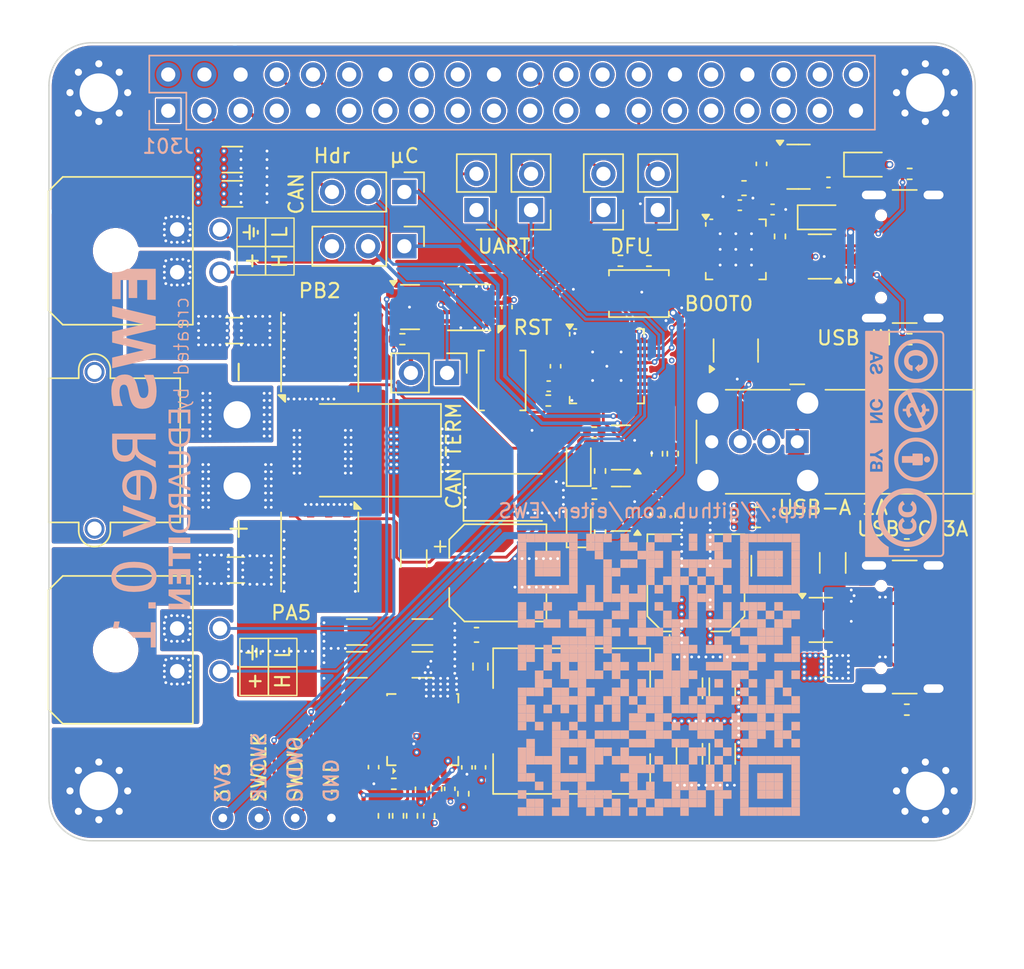
<source format=kicad_pcb>
(kicad_pcb (version 20241229) (generator "pcbnew") (generator_version "9.0")
  (title_block (title "EWS - Power, CANbus and USB HAT for 3D Printers") (date "2025-12-04") (rev "0.1") (company "Eduard Iten"))
  (layers (0 "F.Cu" signal) (4 "In1.Cu" signal) (6 "In2.Cu" signal) (2 "B.Cu" signal) (13 "F.Paste" user) (15 "B.Paste" user) (5 "F.SilkS" user "F.Silkscreen") (7 "B.SilkS" user "B.Silkscreen") (1 "F.Mask" user) (3 "B.Mask" user) (25 "Edge.Cuts" user))
  (net 0 "")
  (net 1 "GND")
  (net 2 "/Power/VCC")
  (net 3 "/Power/SS")
  (net 4 "/Power/EN")
  (net 5 "/Power/~{PGOOD}")
  (net 6 "/Power/T_{ON}")
  (net 7 "/Power/VIN")
  (net 8 "5V")
  (net 9 "/Power/FB")
  (net 10 "/Power/SW")
  (net 11 "/Power/SNB")
  (net 36 "3V3")
  (net 54 "Net-(U301-PF2)")
  (net 55 "Net-(J301-Pin_27)")
  (net 56 "Net-(J301-Pin_22)")
  (net 57 "/MCU/SWDIO")
  (net 58 "/MCU/SWCLK")
  (net 59 "Net-(J301-Pin_8)")
  (net 60 "Net-(J301-Pin_10)")
  (net 61 "/MCU/uC USART RX")
  (net 62 "/MCU/uC USART TX")
  (net 63 "/MCU/uC FDCAN1 TX")
  (net 64 "/MCU/uC FDCAN1 RX")
  (net 65 "/MCU/SOC CAN TX")
  (net 66 "/MCU/SOC CAN RX")
  (net 67 "CAN_TX")
  (net 68 "CAN_RX")
  (net 69 "uC USB DP")
  (net 70 "uC USB DN")
  (net 71 "/Connectivity/USB C DP")
  (net 72 "/Connectivity/USB C DN")
  (net 73 "/Connectivity/USB IN DP")
  (net 74 "/Connectivity/USB IN DN")
  (net 75 "/Connectivity/USB A DP")
  (net 76 "/Connectivity/USB A DN")
  (net 77 "/Connectivity/VBUS COUT")
  (net 78 "/Connectivity/CAN N")
  (net 79 "/Connectivity/1DP")
  (net 80 "/Connectivity/1DN")
  (net 81 "/Connectivity/CAN P")
  (net 82 "24V")
  (net 83 "/Connectivity/VEXT")
  (net 84 "/Connectivity/OUT1")
  (net 85 "/Connectivity/OUT2")
  (net 86 "5VD")
  (net 87 "Net-(JP401-B)")
  (net 88 "Net-(C211-Pad2)")
  (net 89 "Net-(U202-BST)")
  (net 90 "Net-(U402-VDD33)")
  (net 91 "Net-(J407-VBUS)")
  (net 93 "Net-(J405-CC1)")
  (net 94 "Net-(J405-CC2)")
  (net 96 "Net-(J406-CC1)")
  (net 97 "Net-(J406-D--PadA7)")
  (net 99 "Net-(J406-D+-PadA6)")
  (net 101 "Net-(J406-CC2)")
  (net 102 "Net-(J407-D+)")
  (net 103 "Net-(J407-D-)")
  (net 104 "Net-(JP302-A)")
  (net 105 "Net-(JP305-A)")
  (net 106 "Net-(U202-I_{LIM})")
  (net 107 "Net-(U402-~{RESET})")
  (net 120 "Net-(Q403-D)")
  (net 121 "Net-(Q403-G)")
  (net 122 "Net-(D406-A)")
  (net 125 "/Connectivity/HE GATE 2")
  (net 126 "/Connectivity/HE GATE 1")
  (net 127 "/Connectivity/OUT1F")
  (net 128 "/Connectivity/OUT2F")
  (net 129 "Net-(Q405-G)")
  (net 130 "Net-(Q405-D)")
  (net 131 "HE2 ON")
  (net 132 "HE1 ON")
  (net 134 "/Power/AGND")
  (footprint "Capacitor_SMD:C_1206_3216Metric" (layer "F.Cu") (at 185 103.5 90)
    (property "Reference" "C406" (hide yes))
    (property "Value" "22u")
  )
  (footprint "Connector_Molex:Molex_Micro-Fit_3.0_43045-0400_2x02_P3.00mm_Horizontal" (layer "F.Cu") (at 139 111.1 90)
    (property "Reference" "J402" (hide yes))
    (property "Value" "Toolhead 1")
  )
  (footprint "Inductor_SMD:L_APV_APH1050" (layer "F.Cu") (at 166.68 114.6)
    (property "Reference" "L201" (hide yes))
    (property "Value" "3.3uH" (hide yes))
  )
  (footprint "Connector_USB:USB_A_Wuerth_614004134726_Horizontal" (layer "F.Cu") (at 182.51 95 180)
    (property "Reference" "J407" (hide yes))
    (property "Value" "OUT")
  )
  (footprint "Connector_PinHeader_2.54mm:PinHeader_1x02_P2.54mm_Vertical" (layer "F.Cu") (at 163.83 78.74 180)
    (property "Reference" "JP303" (hide yes))
    (property "Value" "~")
  )
  (footprint "Capacitor_SMD:C_1206_3216Metric" (layer "F.Cu") (at 177.25 116.9 -90)
    (property "Reference" "C217" (hide yes))
    (property "Value" "22u" (hide yes))
  )
  (footprint "Resistor_SMD:R_0402_1005Metric" (layer "F.Cu") (at 172.1 82.3 180)
    (property "Reference" "R303" (hide yes))
    (property "Value" "1k")
  )
  (footprint "Button_Switch_SMD:SW_SPST_TS-1088-xR020" (layer "F.Cu") (at 161.8 90.7 -90)
    (property "Reference" "SW301" (hide yes))
    (property "Value" "RST")
  )
  (footprint "Diode_SMD:D_SMC" (layer "F.Cu") (at 152.6 95.6 180)
    (property "Reference" "D402" (hide yes))
    (property "Value" "D_Schottky")
  )
  (footprint "Package_DFN_QFN:QFN-32-1EP_5x5mm_P0.5mm_EP3.45x3.45mm" (layer "F.Cu") (at 169.15 89.7)
    (property "Reference" "U301" (hide yes))
    (property "Value" "STM32G0B1KBUx")
  )
  (footprint "Package_SON:HVSON-8-1EP_3x3mm_P0.65mm_EP1.6x2.4mm" (layer "F.Cu") (at 159.4875 85.5725 180)
    (property "Reference" "U401" (hide yes))
    (property "Value" "TJA1051TK-3")
  )
  (footprint "Connector_PinHeader_2.54mm:PinHeader_1x02_P2.54mm_Vertical" (layer "F.Cu") (at 157.9375 90.17 -90)
    (property "Reference" "JP401" (hide yes))
    (property "Value" "~")
  )
  (footprint "Package_TO_SOT_SMD:SOT-23" (layer "F.Cu") (at 170.1375 99.7 180)
    (property "Reference" "Q405" (hide yes))
    (property "Value" "AO3400A")
  )
  (footprint "Capacitor_SMD:CP_Elec_6.3x7.7" (layer "F.Cu") (at 161.5 104.2)
    (property "Reference" "C201" (hide yes))
    (property "Value" "100u" (hide yes))
  )
  (footprint "Package_TO_SOT_SMD:SOT-23-6" (layer "F.Cu") (at 184.1 82 180)
    (property "Reference" "U403" (hide yes))
    (property "Value" "USBLC6-2SC6")
  )
  (footprint "Capacitor_SMD:C_1206_3216Metric" (layer "F.Cu") (at 174.95 112.3 90)
    (property "Reference" "C214" (hide yes))
    (property "Value" "22u" (hide yes))
  )
  (footprint "Resistor_SMD:R_0603_1608Metric" (layer "F.Cu") (at 160.28 110.775 90)
    (property "Reference" "R206" (hide yes))
    (property "Value" "1R")
  )
  (footprint "Resistor_SMD:R_0402_1005Metric" (layer "F.Cu") (at 168.275 98.65)
    (property "Reference" "R414" (hide yes))
    (property "Value" "30k")
  )
  (footprint "Fuse:Fuse_0805_2012Metric" (layer "F.Cu") (at 184.5625 110.8)
    (property "Reference" "F403" (hide yes))
    (property "Value" "4A")
  )
  (footprint "Diode_SMD:D_SOD-323" (layer "F.Cu") (at 184.15 79.25)
    (property "Reference" "D406" (hide yes))
    (property "Value" "1N5819WS")
  )
  (footprint "Capacitor_SMD:C_1206_3216Metric" (layer "F.Cu") (at 142.875 75.2 180)
    (property "Reference" "C304" (hide yes))
    (property "Value" "22u")
  )
  (footprint "Connector_PinHeader_2.54mm:PinHeader_1x03_P2.54mm_Vertical" (layer "F.Cu") (at 154.94 77.47 -90)
    (property "Reference" "JP306" (hide yes))
    (property "Value" "Jumper_3_Open")
  )
  (footprint "Package_DFN_QFN:AO_DFN-8-1EP_5.55x5.2mm_P1.27mm_EP4.12x4.6mm" (layer "F.Cu") (at 149 88.7 90)
    (property "Reference" "Q401" (hide yes))
    (property "Value" "CJAC70P06")
  )
  (footprint "Package_TO_SOT_SMD:SOT-23" (layer "F.Cu") (at 155.3375 85.5475)
    (property "Reference" "D404" (hide yes))
    (property "Value" "NUP2105L")
  )
  (footprint "Capacitor_SMD:C_0402_1005Metric" (layer "F.Cu") (at 162.1375 85.5475 90)
    (property "Reference" "C403" (hide yes))
    (property "Value" "100n")
  )
  (footprint "Fuse:Fuse_1206_3216Metric_Pad1.42x1.75mm_HandSolder" (layer "F.Cu") (at 143.1125 104 180)
    (property "Reference" "F401" (hide yes))
    (property "Value" "5A")
  )
  (footprint "Resistor_SMD:R_0402_1005Metric" (layer "F.Cu") (at 155.48 121.25 -90)
    (property "Reference" "R204" (hide yes))
    (property "Value" "30k" (hide yes))
  )
  (footprint "Package_DFN_QFN:AO_DFN-8-1EP_5.55x5.2mm_P1.27mm_EP4.12x4.6mm" (layer "F.Cu") (at 149 102.735 -90)
    (property "Reference" "Q404" (hide yes))
    (property "Value" "CJAC70P06")
  )
  (footprint "MountingHole:MountingHole_2.7mm_Pad_Via" (layer "F.Cu") (at 133.5 119.5)
    (property "Reference" "MH103" (hide yes))
    (property "Value" "MountingHole_Pad")
  )
  (footprint "project:NAMED_TEST_POINT" (layer "F.Cu") (at 147.28 121.4 90)
    (property "Reference" "TP303" (hide yes))
    (property "Value" "SWDIO")
  )
  (footprint "Package_TO_SOT_SMD:SOT-23-3" (layer "F.Cu") (at 182.6 75.7)
    (property "Reference" "U201" (hide yes))
    (property "Value" "XC6206PxxxMR")
  )
  (footprint "Capacitor_SMD:C_0402_1005Metric" (layer "F.Cu") (at 165.07 91.1)
    (property "Reference" "C301" (hide yes))
    (property "Value" "100n")
  )
  (footprint "Capacitor_SMD:C_0402_1005Metric" (layer "F.Cu") (at 152.78 117.83 90)
    (property "Reference" "C211" (hide yes))
    (property "Value" "1u" (hide yes))
  )
  (footprint "Capacitor_SMD:C_1206_3216Metric" (layer "F.Cu") (at 142.875 77.6 180)
    (property "Reference" "C303" (hide yes))
    (property "Value" "22u")
  )
  (footprint "Capacitor_SMD:C_0402_1005Metric" (layer "F.Cu") (at 158.13 119.35 90)
    (property "Reference" "C213" (hide yes))
    (property "Value" "1n" (hide yes))
  )
  (footprint "Diode_SMD:D_SOD-323" (layer "F.Cu") (at 167.175 100.8 90)
    (property "Reference" "D407" (hide yes))
    (property "Value" "BZT52C15S")
  )
  (footprint "MountingHole:MountingHole_2.7mm_Pad_Via" (layer "F.Cu") (at 191.5 119.5)
    (property "Reference" "MH104" (hide yes))
    (property "Value" "MountingHole_Pad")
  )
  (footprint "MountingHole:MountingHole_2.7mm_Pad_Via" (layer "F.Cu") (at 191.5 70.5)
    (property "Reference" "MH102" (hide yes))
    (property "Value" "MountingHole_Pad")
  )
  (footprint "Capacitor_SMD:C_0402_1005Metric" (layer "F.Cu") (at 159.33 117.85 -90)
    (property "Reference" "C208" (hide yes))
    (property "Value" "100n" (hide yes))
  )
  (footprint "Diode_SMD:D_SMA" (layer "F.Cu") (at 162.6 98.9)
    (property "Reference" "D403" (hide yes))
    (property "Value" "SMAJ26A")
  )
  (footprint "Resistor_SMD:R_0402_1005Metric" (layer "F.Cu") (at 165.04 92.11)
    (property "Reference" "R301" (hide yes))
    (property "Value" "1k")
  )
  (footprint "project:IC_XR76203ELTR-F" (layer "F.Cu") (at 156.23 115.2 90)
    (property "Reference" "U202" (hide yes))
    (property "Value" "XR76208" (hide yes))
  )
  (footprint "Resistor_SMD:R_0402_1005Metric" (layer "F.Cu") (at 172.675 95.84 -90)
    (property "Reference" "R406" (hide yes))
    (property "Value" "30k")
  )
  (footprint "Capacitor_SMD:C_1206_3216Metric" (layer "F.Cu") (at 151.605 110.65 180)
    (property "Reference" "C205" (hide yes))
    (property "Value" "10u" (hide yes))
  )
  (footprint "Connector_PinHeader_2.54mm:PinHeader_1x02_P2.54mm_Vertical" (layer "F.Cu") (at 168.91 78.74 180)
    (property "Reference" "JP302" (hide yes))
    (property "Value" "~")
  )
  (footprint "Resistor_SMD:R_0402_1005Metric" (layer "F.Cu") (at 173.775 95.84 90)
    (property "Reference" "R407" (hide yes))
    (property "Value" "1k")
  )
  (footprint "Fuse:Fuse_0805_2012Metric" (layer "F.Cu") (at 179.6625 100.3)
    (property "Reference" "F404" (hide yes))
    (property "Value" "1.5A")
  )
  (footprint "Capacitor_SMD:C_1206_3216Metric" (layer "F.Cu") (at 180.2 103.7 -90)
    (property "Reference" "C407" (hide yes))
    (property "Value" "22u")
  )
  (footprint "Connector_PinHeader_2.54mm:PinHeader_1x02_P2.54mm_Vertical" (layer "F.Cu") (at 160 78.74 180)
    (property "Reference" "JP304" (hide yes))
    (property "Value" "~")
  )
  (footprint "Fuse:Fuse_1206_3216Metric_Pad1.42x1.75mm_HandSolder" (layer "F.Cu") (at 155.6 103.2 90)
    (property "Reference" "F201" (hide yes))
    (property "Value" "3A")
  )
  (footprint "Capacitor_SMD:C_1206_3216Metric" (layer "F.Cu") (at 151.605 108.35 180)
    (property "Reference" "C202" (hide yes))
    (property "Value" "10u" (hide yes))
  )
  (footprint "Resistor_SMD:R_0402_1005Metric" (layer "F.Cu") (at 159.08 119.7 -90)
    (property "Reference" "R208" (hide yes))
    (property "Value" "2k" (hide yes))
  )
  (footprint "Capacitor_SMD:C_0402_1005Metric" (layer "F.Cu") (at 156.08 119.35 -90)
    (property "Reference" "C210" (hide yes))
    (property "Value" "100n" (hide yes))
  )
  (footprint "Resistor_SMD:R_0402_1005Metric" (layer "F.Cu") (at 157.18 119.35 90)
    (property "Reference" "R207" (hide yes))
    (property "Value" "15.5k" (hide yes))
  )
  (footprint "MountingHole:MountingHole_2.7mm_Pad_Via" (layer "F.Cu") (at 133.5 70.5)
    (property "Reference" "MH101" (hide yes))
    (property "Value" "MountingHole_Pad")
  )
  (footprint "Button_Switch_SMD:SW_SPST_TS-1088-xR020" (layer "F.Cu") (at 171.4 84.6 180)
    (property "Reference" "SW302" (hide yes))
    (property "Value" "BOOT0")
  )
  (footprint "Capacitor_SMD:C_0402_1005Metric" (layer "F.Cu") (at 180.78 78.7)
    (property "Reference" "C401" (hide yes))
    (property "Value" "100n")
  )
  (footprint "Capacitor_SMD:C_0402_1005Metric" (layer "F.Cu") (at 165.55 89.7 90)
    (property "Reference" "C302" (hide yes))
    (property "Value" "100n")
  )
  (footprint "NetTie:NetTie-2_SMD_Pad0.5mm" (layer "F.Cu") (at 156.1 116.2)
    (property "Reference" "NT201" (hide yes))
    (property "Value" "NetTie_2" (hide yes))
  )
  (footprint "Resistor_SMD:R_0402_1005Metric" (layer "F.Cu") (at 170.1 82.3 180)
    (property "Reference" "R302" (hide yes))
    (property "Value" "10k")
  )
  (footprint "Resistor_SMD:R_0402_1005Metric" (layer "F.Cu") (at 168.265 94.35)
    (property "Reference" "R403" (hide yes))
    (property "Value" "30k")
  )
  (footprint "Package_TO_SOT_SMD:SOT-23-6" (layer "F.Cu") (at 184.1625 107.5)
    (property "Reference" "U404" (hide yes))
    (property "Value" "USBLC6-2SC6")
  )
  (footprint "Resistor_SMD:R_0402_1005Metric" (layer "F.Cu") (at 190.2 113.8 180)
    (property "Reference" "R412" (hide yes))
    (property "Value" "10k")
  )
  (footprint "Connector_PinHeader_2.54mm:PinHeader_1x03_P2.54mm_Vertical" (layer "F.Cu") (at 154.94 81.28 -90)
    (property "Reference" "JP301" (hide yes))
    (property "Value" "Jumper_3_Open")
  )
  (footprint "Diode_SMD:D_SOD-323" (layer "F.Cu") (at 187.4 75.55)
    (property "Reference" "D405" (hide yes))
    (property "Value" "1N5819WS")
  )
  (footprint "Resistor_SMD:R_0402_1005Metric" (layer "F.Cu") (at 156.68 121.25 90)
    (property "Reference" "R203" (hide yes))
    (property "Value" "10k" (hide yes))
  )
  (footprint "Package_TO_SOT_SMD:SOT-23" (layer "F.Cu") (at 170.1375 95.4 180)
    (property "Reference" "Q403" (hide yes))
    (property "Value" "AO3400A")
  )
  (footprint "Resistor_SMD:R_0402_1005Metric" (layer "F.Cu") (at 190.2 102.2 180)
    (property "Reference" "R410" (hide yes))
    (property "Value" "10k")
  )
  (footprint "Diode_SMD:D_SOD-323" (layer "F.Cu") (at 167.175 96.5 90)
    (property "Reference" "D401" (hide yes))
    (property "Value" "BZT52C15S")
  )
  (footprint "Resistor_SMD:R_0402_1005Metric" (layer "F.Cu") (at 190.4 87.8 180)
    (property "Reference" "R409" (hide yes))
    (property "Value" "5k1")
  )
  (footprint "Capacitor_SMD:C_1206_3216Metric" (layer "F.Cu") (at 177.25 112.3 90)
    (property "Reference" "C215" (hide yes))
    (property "Value" "22u" (hide yes))
  )
  (footprint "Resistor_SMD:R_0402_1005Metric" (layer "F.Cu") (at 173.575 100.14 90)
    (property "Reference" "R416" (hide yes))
    (property "Value" "1k")
  )
  (footprint "Connector_AMASS:AMASS_XT30PW-M_1x02_P2.50mm_Horizontal" (layer "F.Cu") (at 143.2 93.1 90)
    (property "Reference" "J401" (hide yes))
    (property "Value" "PWR IN")
  )
  (footprint "Connector_PinHeader_2.54mm:PinHeader_1x02_P2.54mm_Vertical" (layer "F.Cu") (at 172.72 78.74 180)
    (property "Reference" "JP305" (hide yes))
    (property "Value" "~")
  )
  (footprint "Resistor_SMD:R_0402_1005Metric" (layer "F.Cu") (at 168.675 101.35 90)
    (property "Reference" "R413" (hide yes))
    (property "Value" "30k")
  )
  (footprint "Connector_USB:USB_C_Receptacle_GCT_USB4105-xx-A_16P_TopMnt_Horizontal" (layer "F.Cu") (at 191 108 90)
    (property "Reference" "J406" (hide yes))
    (property "Value" "OUT")
  )
  (footprint "Package_DFN_QFN:QFN-24-1EP_4x4mm_P0.5mm_EP2.7x2.7mm_ThermalVias" (layer "F.Cu") (at 178.2 81.5)
    (property "Reference" "U402" (hide yes))
    (property "Value" "CH334F")
  )
  (footprint "Resistor_SMD:R_0402_1005Metric" (layer "F.Cu") (at 190.4 76.2 180)
    (property "Reference" "R411" (hide yes))
    (property "Value" "5k1")
  )
  (footprint "Capacitor_SMD:C_1206_3216Metric" (layer "F.Cu") (at 156.205 108.35)
    (property "Reference" "C206" (hide yes))
    (property "Value" "10u")
  )
  (footprint "Resistor_SMD:R_0402_1005Metric" (layer "F.Cu") (at 172.575 100.14 -90)
    (property "Reference" "R415" (hide yes))
    (property "Value" "30k")
  )
  (footprint "Capacitor_SMD:C_0603_1608Metric" (layer "F.Cu") (at 160.005 108.55 180)
    (property "Reference" "C212" (hide yes))
    (property "Value" "220p")
  )
  (footprint "project:NAMED_TEST_POINT" (layer "F.Cu") (at 142.2 121.4 90)
    (property "Reference" "TP302" (hide yes))
    (property "Value" "3V3")
  )
  (footprint "Capacitor_SMD:C_1206_3216Metric" (layer "F.Cu") (at 174.95 116.9 -90)
    (property "Reference" "C216" (hide yes))
    (property "Value" "22u" (hide yes))
  )
  (footprint "Capacitor_SMD:CP_Elec_6.3x7.7" (layer "F.Cu") (at 175.4 104.9 90)
    (property "Reference" "C405" (hide yes))
    (property "Value" "100u")
  )
  (footprint "Connector_Molex:Molex_Micro-Fit_3.0_43045-0400_2x02_P3.00mm_Horizontal" (layer "F.Cu") (at 139 83.1 90)
    (property "Reference" "J403" (hide yes))
    (property "Value" "Toolhead 2")
  )
  (footprint "Resistor_SMD:R_0402_1005Metric" (layer "F.Cu") (at 154.2 119)
    (property "Reference" "R205" (hide yes))
    (property "Value" "5k1" (hide yes))
  )
  (footprint "Resistor_SMD:R_0402_1005Metric" (layer "F.Cu") (at 181.3 80.59 90)
    (property "Reference" "R408" (hide yes))
    (property "Value" "1k")
  )
  (footprint "Resistor_SMD:R_0402_1005Metric" (layer "F.Cu") (at 168.675 97.05 90)
    (property "Reference" "R401" (hide yes))
    (property "Value" "30k")
  )
  (footprint "project:NAMED_TEST_POINT" (layer "F.Cu") (at 149.82 121.4 90)
    (property "Reference" "TP301" (hide yes))
    (property "Value" "GND")
  )
  (footprint "Capacitor_SMD:C_0402_1005Metric" (layer "F.Cu") (at 160.28 117.85 -90)
    (property "Reference" "C209" (hide yes))
    (property "Value" "4u7" (hide yes))
  )
  (footprint "Capacitor_SMD:C_1206_3216Metric" (layer "F.Cu") (at 156.205 110.65)
    (property "Reference" "C204" (hide yes))
    (property "Value" "10u")
  )
  (footprint "Connector_USB:USB_C_Receptacle_GCT_USB4105-xx-A_16P_TopMnt_Horizontal" (layer "F.Cu") (at 191 82 90)
    (property "Reference" "J405" (hide yes))
    (property "Value" "IN")
  )
  (footprint "Capacitor_SMD:C_0402_1005Metric" (layer "F.Cu") (at 184.7 76.8 180)
    (property "Reference" "C203" (hide yes))
    (property "Value" "1u")
  )
  (footprint "Resistor_SMD:R_0402_1005Metric" (layer "F.Cu") (at 154.5 121.25 -90)
    (property "Reference" "R202" (hide yes))
    (property "Value" "2k2")
  )
  (footprint "project:NAMED_TEST_POINT" (layer "F.Cu") (at 144.74 121.4 90)
    (property "Reference" "TP304" (hide yes))
    (property "Value" "SWCLK")
  )
  (footprint "Capacitor_SMD:C_0603_1608Metric" (layer "F.Cu") (at 178.775 77.2)
    (property "Reference" "C402" (hide yes))
    (property "Value" "10u")
  )
  (footprint "Package_TO_SOT_SMD:SOT-23-6" (layer "F.Cu") (at 178.2 88.6 90)
    (property "Reference" "U405" (hide yes))
    (property "Value" "USBLC6-2SC6")
  )
  (footprint "Resistor_SMD:R_0402_1005Metric" (layer "F.Cu") (at 153.5 121.25 90)
    (property "Reference" "R201" (hide yes))
    (property "Value" "100k" (hide yes))
  )
  (footprint "Resistor_SMD:R_0402_1005Metric_Pad0.72x0.64mm_HandSolder" (layer "F.Cu") (at 154.8 87.8 180)
    (property "Reference" "R405" (hide yes))
    (property "Value" "120R")
  )
  (footprint "Fuse:Fuse_1206_3216Metric_Pad1.42x1.75mm_HandSolder" (layer "F.Cu") (at 143.0125 87.2 180)
    (property "Reference" "F402" (hide yes))
    (property "Value" "5A")
  )
  (footprint "Capacitor_SMD:C_0402_1005Metric" (layer "F.Cu") (at 180 75.5 -90)
    (property "Reference" "C207" (hide yes))
    (property "Value" "1u")
  )
  (footprint "Capacitor_SMD:C_0402_1005Metric" (layer "F.Cu") (at 178.48 78.4)
    (property "Reference" "C404" (hide yes))
    (property "Value" "100n")
  )
  (footprint "project:http___github.com_eiten_EWS" (layer "B.Cu") (at 172.8 111.35 180)
    (property "Reference" "QR*****" (hide yes))
    (property "Value" "http://github.com/eiten/EWS")
  )
  (footprint "project:CC_BY_NC_SA 4" (layer "B.Cu") (at 190.882883 100.847948 90)
    (property "Reference" "REF**" (hide yes))
    (property "Value" "CC_BY_NC_SA 4")
  )
  (footprint "project:EduardIten" (layer "B.Cu") (at 138.7 93.55 -90)
    (property "Reference" "REF**" (hide yes))
    (property "Value" "EduardIten")
  )
  (footprint "Connector_PinSocket_2.54mm:PinSocket_2x20_P2.54mm_Vertical" (layer "B.Cu") (at 138.37 71.77 -90)
    (property "Reference" "J301")
    (property "Value" "GPIO")
  )
  (footprint "project:EWS Rev. 1.0" (layer "B.Cu") (at 135.9 93.75 -90)
    (property "Reference" "REF**" (hide yes))
    (property "Value" "EWS Rev. 1.0")
  )
  (footprint "project:HeatSink_9x9x5" (layer "B.Cu") (at 157.2 112.2 90)
    (property "Reference" "REF**" (hide yes))
    (property "Value" "HeatSink_9x9x5" (hide yes))
  )
  (gr_rect (start 145.2 79.3) (end 147.2 81.3) (stroke (width 0.1)) (fill no) (layer "F.SilkS"))
  (gr_rect (start 145.4 108.8) (end 147.4 110.8) (stroke (width 0.1)) (fill no) (layer "F.SilkS"))
  (gr_rect (start 143.2 81.3) (end 145.2 83.3) (stroke (width 0.1)) (fill no) (layer "F.SilkS"))
  (gr_rect (start 143.4 110.8) (end 145.4 112.8) (stroke (width 0.1)) (fill no) (layer "F.SilkS"))
  (gr_rect (start 145.2 81.3) (end 147.2 83.3) (stroke (width 0.1)) (fill no) (layer "F.SilkS"))
  (gr_rect (start 145.4 110.8) (end 147.4 112.8) (stroke (width 0.1)) (fill no) (layer "F.SilkS"))
  (gr_rect (start 143.2 79.3) (end 145.2 81.3) (stroke (width 0.1)) (fill no) (layer "F.SilkS"))
  (gr_rect (start 143.4 108.8) (end 145.4 110.8) (stroke (width 0.1)) (fill no) (layer "F.SilkS"))
  (gr_arc (start 195 120) (mid 194.12132 122.12132) (end 192 123) (stroke (width 0.1)) (layer "Edge.Cuts"))
  (gr_line (start 192 67) (end 133 67) (stroke (width 0.1)) (layer "Edge.Cuts"))
  (gr_line (start 195 120) (end 195 70) (stroke (width 0.1)) (layer "Edge.Cuts"))
  (gr_arc (start 192 67) (mid 194.12132 67.87868) (end 195 70) (stroke (width 0.1)) (layer "Edge.Cuts"))
  (gr_arc (start 133 123) (mid 130.87868 122.12132) (end 130 120) (stroke (width 0.1)) (layer "Edge.Cuts"))
  (gr_line (start 133 123) (end 192 123) (stroke (width 0.1)) (layer "Edge.Cuts"))
  (gr_arc (start 130 70) (mid 130.87868 67.87868) (end 133 67) (stroke (width 0.1)) (layer "Edge.Cuts"))
  (gr_line (start 130 70) (end 130 120) (stroke (width 0.1)) (layer "Edge.Cuts"))
  (gr_text "H" (at 146.2 82.3 90) (layer "F.SilkS") (effects (font (size 1 1))))
  (gr_text "CAN" (at 147.35 77.6 90) (layer "F.SilkS") (effects (font (size 1 1))))
  (gr_text "⏚" (at 144.4 109.8 90) (layer "F.SilkS") (effects (font (size 1 1))))
  (gr_text "BOOT0" (at 174.5 85.9 0) (layer "F.SilkS") (effects (font (size 1 1)) (justify left bottom)))
  (gr_text "Hdr" (at 149.86 74.93 0) (layer "F.SilkS") (effects (font (size 1 1))))
  (gr_text "μC" (at 154.94 74.93 0) (layer "F.SilkS") (effects (font (size 1 1))))
  (gr_text "PA5" (at 147 107 0) (layer "F.SilkS") (effects (font (size 1 1))))
  (gr_text "DFU" (at 170.815 81.28 0) (layer "F.SilkS") (effects (font (size 1 1))))
  (gr_text "USB-A 1A" (at 181.1 100.2 0) (layer "F.SilkS") (effects (font (size 1 1)) (justify left bottom)))
  (gr_text "⏚" (at 144.2 80.3 90) (layer "F.SilkS") (effects (font (size 1 1))))
  (gr_text "RST" (at 162.5 87.565 0) (layer "F.SilkS") (effects (font (size 1 1)) (justify left bottom)))
  (gr_text "UART" (at 161.925 81.28 0) (layer "F.SilkS") (effects (font (size 1 1))))
  (gr_text "+" (at 144.4 111.8 90) (layer "F.SilkS") (effects (font (size 1 1))))
  (gr_text "L" (at 146.4 109.8 90) (layer "F.SilkS") (effects (font (size 1 1))))
  (gr_text "USB IN" (at 183.8 88.3 0) (layer "F.SilkS") (effects (font (size 1 1)) (justify left bottom)))
  (gr_text "L" (at 146.2 80.3 90) (layer "F.SilkS") (effects (font (size 1 1))))
  (gr_text "H" (at 146.4 111.8 90) (layer "F.SilkS") (effects (font (size 1 1))))
  (gr_text "USB-C 3A" (at 186.6 101.7 0) (layer "F.SilkS") (effects (font (size 1 1)) (justify left bottom)))
  (gr_text "PB2" (at 149 84.4 0) (layer "F.SilkS") (effects (font (size 1 1))))
  (gr_text "+" (at 144.2 82.3 90) (layer "F.SilkS") (effects (font (size 1 1))))
  (gr_text "CAN TERM" (at 158.4 92.15 90) (layer "F.SilkS") (effects (font (size 1 1)) (justify right)))
  (via (at 173.7 89.3) (size 0.4) (drill 0.2) (layers "F.Cu" "B.Cu") (net 0))
  (via (at 145.3 75.8) (size 0.4) (drill 0.2) (layers "F.Cu" "B.Cu") (net 1))
  (via (at 174.6 110.1) (size 0.4) (drill 0.2) (layers "F.Cu" "B.Cu") (net 1))
  (via (at 149.8 109.5) (size 0.4) (drill 0.2) (layers "F.Cu" "B.Cu") (net 1))
  (via (at 163.2 103.2) (size 0.4) (drill 0.2) (layers "F.Cu" "B.Cu") (net 1))
  (via (at 162.7 103.2) (size 0.4) (drill 0.2) (layers "F.Cu" "B.Cu") (net 1))
  (via (at 174.4 103.2) (size 0.4) (drill 0.2) (layers "F.Cu" "B.Cu") (net 1))
  (via (at 158.48 110.75) (size 0.4) (drill 0.2) (layers "F.Cu" "B.Cu") (net 1))
  (via (at 145.5 92.6) (size 0.4) (drill 0.2) (layers "F.Cu" "B.Cu") (net 1))
  (via (at 156.8 110.4) (size 0.4) (drill 0.2) (layers "F.Cu" "B.Cu") (net 1))
  (via (at 158.48 110.25) (size 0.4) (drill 0.2) (layers "F.Cu" "B.Cu") (net 1))
  (via (at 149.3 110) (size 0.4) (drill 0.2) (layers "F.Cu" "B.Cu") (net 1))
  (via (at 145.3 74.6) (size 0.4) (drill 0.2) (layers "F.Cu" "B.Cu") (net 1))
  (via (at 178.3 90.6) (size 0.4) (drill 0.2) (layers "F.Cu" "B.Cu") (net 1))
  (via (at 139.8 80.9) (size 0.4) (drill 0.2) (layers "F.Cu" "B.Cu") (net 1))
  (via (at 140.8 93.1) (size 0.4) (drill 0.2) (layers "F.Cu" "B.Cu") (net 1))
  (via (at 166.8 84.3) (size 0.4) (drill 0.2) (layers "F.Cu" "B.Cu") (net 1))
  (via (at 184.4 82) (size 0.4) (drill 0.2) (layers "F.Cu" "B.Cu") (net 1))
  (via (at 177.6 110.1) (size 0.4) (drill 0.2) (layers "F.Cu" "B.Cu") (net 1))
  (via (at 171.1 94.9) (size 0.4) (drill 0.2) (layers "F.Cu" "B.Cu") (net 1))
  (via (at 158.6 112.4) (size 0.4) (drill 0.2) (layers "F.Cu" "B.Cu") (net 1))
  (via (at 175.1 119.1) (size 0.4) (drill 0.2) (layers "F.Cu" "B.Cu") (net 1))
  (via (at 145.3 78.2) (size 0.4) (drill 0.2) (layers "F.Cu" "B.Cu") (net 1))
  (via (at 176.4 102.7) (size 0.4) (drill 0.2) (layers "F.Cu" "B.Cu") (net 1))
  (via (at 172.2 100.1) (size 0.4) (drill 0.2) (layers "F.Cu" "B.Cu") (net 1))
  (via (at 150.3 109.5) (size 0.4) (drill 0.2) (layers "F.Cu" "B.Cu") (net 1))
  (via (at 174.4 101.7) (size 0.4) (drill 0.2) (layers "F.Cu" "B.Cu") (net 1))
  (via (at 139.4 81) (size 0.4) (drill 0.2) (layers "F.Cu" "B.Cu") (net 1))
  (via (at 149.3 109) (size 0.4) (drill 0.2) (layers "F.Cu" "B.Cu") (net 1))
  (via (at 138.6 81) (size 0.4) (drill 0.2) (layers "F.Cu" "B.Cu") (net 1))
  (via (at 163.2 105.2) (size 0.4) (drill 0.2) (layers "F.Cu" "B.Cu") (net 1))
  (via (at 165.2 105.2) (size 0.4) (drill 0.2) (layers "F.Cu" "B.Cu") (net 1))
  (via (at 138.1 80.5) (size 0.4) (drill 0.2) (layers "F.Cu" "B.Cu") (net 1))
  (via (at 149.3 111.6) (size 0.4) (drill 0.2) (layers "F.Cu" "B.Cu") (net 1))
  (via (at 164.6 100) (size 0.4) (drill 0.2) (layers "F.Cu" "B.Cu") (net 1))
  (via (at 145.3 77) (size 0.4) (drill 0.2) (layers "F.Cu" "B.Cu") (net 1))
  (via (at 138.1 108.5) (size 0.4) (drill 0.2) (layers "F.Cu" "B.Cu") (net 1))
  (via (at 145.1 93.1) (size 0.4) (drill 0.2) (layers "F.Cu" "B.Cu") (net 1))
  (via (at 166.9 87.4) (size 0.4) (drill 0.2) (layers "F.Cu" "B.Cu") (net 1))
  (via (at 165.2 103.2) (size 0.4) (drill 0.2) (layers "F.Cu" "B.Cu") (net 1))
  (via (at 139.4 109) (size 0.4) (drill 0.2) (layers "F.Cu" "B.Cu") (net 1))
  (via (at 140.8 92.1) (size 0.4) (drill 0.2) (layers "F.Cu" "B.Cu") (net 1))
  (via (at 177.1 119.1) (size 0.4) (drill 0.2) (layers "F.Cu" "B.Cu") (net 1))
  (via (at 170.15 88.7) (size 0.4) (drill 0.2) (layers "F.Cu" "B.Cu") (net 1))
  (via (at 165.7 105.2) (size 0.4) (drill 0.2) (layers "F.Cu" "B.Cu") (net 1))
  (via (at 149.3 110.5) (size 0.4) (drill 0.2) (layers "F.Cu" "B.Cu") (net 1))
  (via (at 176.4 103.7) (size 0.4) (drill 0.2) (layers "F.Cu" "B.Cu") (net 1))
  (via (at 158.9 84.1) (size 0.4) (drill 0.2) (layers "F.Cu" "B.Cu") (net 1))
  (via (at 145.1 94.6) (size 0.4) (drill 0.2) (layers "F.Cu" "B.Cu") (net 1))
  (via (at 140.8 91.6) (size 0.4) (drill 0.2) (layers "F.Cu" "B.Cu") (net 1))
  (via (at 162.7 105.2) (size 0.4) (drill 0.2) (layers "F.Cu" "B.Cu") (net 1))
  (via (at 174.4 101.2) (size 0.4) (drill 0.2) (layers "F.Cu" "B.Cu") (net 1))
  (via (at 145.5 93.1) (size 0.4) (drill 0.2) (layers "F.Cu" "B.Cu") (net 1))
  (via (at 163.9 94.2) (size 0.4) (drill 0.2) (layers "F.Cu" "B.Cu") (net 1))
  (via (at 166.1 99.4) (size 0.4) (drill 0.2) (layers "F.Cu" "B.Cu") (net 1))
  (via (at 158.9 87) (size 0.4) (drill 0.2) (layers "F.Cu" "B.Cu") (net 1))
  (via (at 141.3 94.1) (size 0.4) (drill 0.2) (layers "F.Cu" "B.Cu") (net 1))
  (via (at 141.3 93.6) (size 0.4) (drill 0.2) (layers "F.Cu" "B.Cu") (net 1))
  (via (at 164.7 105.2) (size 0.4) (drill 0.2) (layers "F.Cu" "B.Cu") (net 1))
  (via (at 174.1 119.1) (size 0.4) (drill 0.2) (layers "F.Cu" "B.Cu") (net 1))
  (via (at 145.5 94.1) (size 0.4) (drill 0.2) (layers "F.Cu" "B.Cu") (net 1))
  (via (at 178.1 110.1) (size 0.4) (drill 0.2) (layers "F.Cu" "B.Cu") (net 1))
  (via (at 168.15 90.7) (size 0.4) (drill 0.2) (layers "F.Cu" "B.Cu") (net 1))
  (via (at 149.3 108.5) (size 0.4) (drill 0.2) (layers "F.Cu" "B.Cu") (net 1))
  (via (at 139.9 108.5) (size 0.4) (drill 0.2) (layers "F.Cu" "B.Cu") (net 1))
  (via (at 145.5 94.6) (size 0.4) (drill 0.2) (layers "F.Cu" "B.Cu") (net 1))
  (via (at 145.1 93.6) (size 0.4) (drill 0.2) (layers "F.Cu" "B.Cu") (net 1))
  (via (at 152.8 119) (size 0.4) (drill 0.2) (layers "F.Cu" "B.Cu") (net 1))
  (via (at 141.3 91.6) (size 0.4) (drill 0.2) (layers "F.Cu" "B.Cu") (net 1))
  (via (at 138.1 107.7) (size 0.4) (drill 0.2) (layers "F.Cu" "B.Cu") (net 1))
  (via (at 174.4 102.7) (size 0.4) (drill 0.2) (layers "F.Cu" "B.Cu") (net 1))
  (via (at 165.6 100) (size 0.4) (drill 0.2) (layers "F.Cu" "B.Cu") (net 1))
  (via (at 158.48 109.25) (size 0.4) (drill 0.2) (layers "F.Cu" "B.Cu") (net 1))
  (via (at 158.48 107.75) (size 0.4) (drill 0.2) (layers "F.Cu" "B.Cu") (net 1))
  (via (at 143.475 75.8) (size 0.4) (drill 0.2) (layers "F.Cu" "B.Cu") (net 1))
  (via (at 145.3 77.6) (size 0.4) (drill 0.2) (layers "F.Cu" "B.Cu") (net 1))
  (via (at 145.5 91.6) (size 0.4) (drill 0.2) (layers "F.Cu" "B.Cu") (net 1))
  (via (at 172.3 95.8) (size 0.4) (drill 0.2) (layers "F.Cu" "B.Cu") (net 1))
  (via (at 156.4 111.2) (size 0.4) (drill 0.2) (layers "F.Cu" "B.Cu") (net 1))
  (via (at 143.475 75.2) (size 0.4) (drill 0.2) (layers "F.Cu" "B.Cu") (net 1))
  (via (at 158.48 109.75) (size 0.4) (drill 0.2) (layers "F.Cu" "B.Cu") (net 1))
  (via (at 138.2 108.9) (size 0.4) (drill 0.2) (layers "F.Cu" "B.Cu") (net 1))
  (via (at 165.6 97.8) (size 0.4) (drill 0.2) (layers "F.Cu" "B.Cu") (net 1))
  (via (at 139.4 79.2) (size 0.4) (drill 0.2) (layers "F.Cu" "B.Cu") (net 1))
  (via (at 174.6 119.1) (size 0.4) (drill 0.2) (layers "F.Cu" "B.Cu") (net 1))
  (via (at 175.6 119.1) (size 0.4) (drill 0.2) (layers "F.Cu" "B.Cu") (net 1))
  (via (at 159.9 87) (size 0.4) (drill 0.2) (layers "F.Cu" "B.Cu") (net 1))
  (via (at 166.7 92.1) (size 0.4) (drill 0.2) (layers "F.Cu" "B.Cu") (net 1))
  (via (at 169.15 89.7) (size 0.4) (drill 0.2) (layers "F.Cu" "B.Cu") (net 1))
  (via (at 156.8 111.2) (size 0.4) (drill 0.2) (layers "F.Cu" "B.Cu") (net 1))
  (via (at 177.3 77.8) (size 0.4) (drill 0.2) (layers "F.Cu" "B.Cu") (net 1))
  (via (at 139 79.2) (size 0.4) (drill 0.2) (layers "F.Cu" "B.Cu") (net 1))
  (via (at 159.33 118.33) (size 0.4) (drill 0.2) (layers "F.Cu" "B.Cu") (net 1))
  (via (at 145.3 76.4) (size 0.4) (drill 0.2) (layers "F.Cu" "B.Cu") (net 1))
  (via (at 139 81) (size 0.4) (drill 0.2) (layers "F.Cu" "B.Cu") (net 1))
  (via (at 138.1 79.7) (size 0.4) (drill 0.2) (layers "F.Cu" "B.Cu") (net 1))
  (via (at 176.4 101.2) (size 0.4) (drill 0.2) (layers "F.Cu" "B.Cu") (net 1))
  (via (at 164.2 105.2) (size 0.4) (drill 0.2) (layers "F.Cu" "B.Cu") (net 1))
  (via (at 174.1 110.1) (size 0.4) (drill 0.2) (layers "F.Cu" "B.Cu") (net 1))
  (via (at 138.6 79.2) (size 0.4) (drill 0.2) (layers "F.Cu" "B.Cu") (net 1))
  (via (at 164.1 100) (size 0.4) (drill 0.2) (layers "F.Cu" "B.Cu") (net 1))
  (via (at 140.8 92.6) (size 0.4) (drill 0.2) (layers "F.Cu" "B.Cu") (net 1))
  (via (at 139.8 108.9) (size 0.4) (drill 0.2) (layers "F.Cu" "B.Cu") (net 1))
  (via (at 160 84.1) (size 0.4) (drill 0.2) (layers "F.Cu" "B.Cu") (net 1))
  (via (at 164.7 103.2) (size 0.4) (drill 0.2) (layers "F.Cu" "B.Cu") (net 1))
  (via (at 141.3 93.1) (size 0.4) (drill 0.2) (layers "F.Cu" "B.Cu") (net 1))
  (via (at 141.3 92.1) (size 0.4) (drill 0.2) (layers "F.Cu" "B.Cu") (net 1))
  (via (at 166.1 98.9) (size 0.4) (drill 0.2) (layers "F.Cu" "B.Cu") (net 1))
  (via (at 145.5 93.6) (size 0.4) (drill 0.2) (layers "F.Cu" "B.Cu") (net 1))
  (via (at 141.3 92.6) (size 0.4) (drill 0.2) (layers "F.Cu" "B.Cu") (net 1))
  (via (at 158.48 111.25) (size 0.4) (drill 0.2) (layers "F.Cu" "B.Cu") (net 1))
  (via (at 165.1 100) (size 0.4) (drill 0.2) (layers "F.Cu" "B.Cu") (net 1))
  (via (at 138.6 107.2) (size 0.4) (drill 0.2) (layers "F.Cu" "B.Cu") (net 1))
  (via (at 171.1 99.2) (size 0.4) (drill 0.2) (layers "F.Cu" "B.Cu") (net 1))
  (via (at 166.1 98.4) (size 0.4) (drill 0.2) (layers "F.Cu" "B.Cu") (net 1))
  (via (at 163.6 100) (size 0.4) (drill 0.2) (layers "F.Cu" "B.Cu") (net 1))
  (via (at 143.475 76.4) (size 0.4) (drill 0.2) (layers "F.Cu" "B.Cu") (net 1))
  (via (at 139.9 107.7) (size 0.4) (drill 0.2) (layers "F.Cu" "B.Cu") (net 1))
  (via (at 164.2 103.2) (size 0.4) (drill 0.2) (layers "F.Cu" "B.Cu") (net 1))
  (via (at 176.4 102.2) (size 0.4) (drill 0.2) (layers "F.Cu" "B.Cu") (net 1))
  (via (at 139 109) (size 0.4) (drill 0.2) (layers "F.Cu" "B.Cu") (net 1))
  (via (at 176.4 100.7) (size 0.4) (drill 0.2) (layers "F.Cu" "B.Cu") (net 1))
  (via (at 143.475 74.6) (size 0.4) (drill 0.2) (layers "F.Cu" "B.Cu") (net 1))
  (via (at 145.1 94.1) (size 0.4) (drill 0.2) (layers "F.Cu" "B.Cu") (net 1))
  (via (at 176.6 110.1) (size 0.4) (drill 0.2) (layers "F.Cu" "B.Cu") (net 1))
  (via (at 176.4 101.7) (size 0.4) (drill 0.2) (layers "F.Cu" "B.Cu") (net 1))
  (via (at 156.6 110.8) (size 0.4) (drill 0.2) (layers "F.Cu" "B.Cu") (net 1))
  (via (at 145.3 75.2) (size 0.4) (drill 0.2) (layers "F.Cu" "B.Cu") (net 1))
  (via (at 166.1 97.9) (size 0.4) (drill 0.2) (layers "F.Cu" "B.Cu") (net 1))
  (via (at 175.1 110.1) (size 0.4) (drill 0.2) (layers "F.Cu" "B.Cu") (net 1))
  (via (at 176.1 110.1) (size 0.4) (drill 0.2) (layers "F.Cu" "B.Cu") (net 1))
  (via (at 158.48 108.75) (size 0.4) (drill 0.2) (layers "F.Cu" "B.Cu") (net 1))
  (via (at 138.2 80.9) (size 0.4) (drill 0.2) (layers "F.Cu" "B.Cu") (net 1))
  (via (at 155.3 85.55) (size 0.4) (drill 0.2) (layers "F.Cu" "B.Cu") (net 1))
  (via (at 143.475 77) (size 0.4) (drill 0.2) (layers "F.Cu" "B.Cu") (net 1))
  (via (at 175.6 110.1) (size 0.4) (drill 0.2) (layers "F.Cu" "B.Cu") (net 1))
  (via (at 143.475 77.6) (size 0.4) (drill 0.2) (layers "F.Cu" "B.Cu") (net 1))
  (via (at 145.1 92.6) (size 0.4) (drill 0.2) (layers "F.Cu" "B.Cu") (net 1))
  (via (at 156 111.6) (size 0.4) (drill 0.2) (layers "F.Cu" "B.Cu") (net 1))
  (via (at 168.15 88.7) (size 0.4) (drill 0.2) (layers "F.Cu" "B.Cu") (net 1))
  (via (at 170.15 90.7) (size 0.4) (drill 0.2) (layers "F.Cu" "B.Cu") (net 1))
  (via (at 174.4 100.7) (size 0.4) (drill 0.2) (layers "F.Cu" "B.Cu") (net 1))
  (via (at 139.9 80.1) (size 0.4) (drill 0.2) (layers "F.Cu" "B.Cu") (net 1))
  (via (at 145.1 91.6) (size 0.4) (drill 0.2) (layers "F.Cu" "B.Cu") (net 1))
  (via (at 139.9 108.1) (size 0.4) (drill 0.2) (layers "F.Cu" "B.Cu") (net 1))
  (via (at 176.6 119.1) (size 0.4) (drill 0.2) (layers "F.Cu" "B.Cu") (net 1))
  (via (at 171.5 78.3) (size 0.4) (drill 0.2) (layers "F.Cu" "B.Cu") (net 1))
  (via (at 139.8 107.3) (size 0.4) (drill 0.2) (layers "F.Cu" "B.Cu") (net 1))
  (via (at 138.6 109) (size 0.4) (drill 0.2) (layers "F.Cu" "B.Cu") (net 1))
  (via (at 140.8 94.1) (size 0.4) (drill 0.2) (layers "F.Cu" "B.Cu") (net 1))
  (via (at 178.1 119.1) (size 0.4) (drill 0.2) (layers "F.Cu" "B.Cu") (net 1))
  (via (at 141.3 94.6) (size 0.4) (drill 0.2) (layers "F.Cu" "B.Cu") (net 1))
  (via (at 139.9 80.5) (size 0.4) (drill 0.2) (layers "F.Cu" "B.Cu") (net 1))
  (via (at 150.8 109.5) (size 0.4) (drill 0.2) (layers "F.Cu" "B.Cu") (net 1))
  (via (at 177.1 110.1) (size 0.4) (drill 0.2) (layers "F.Cu" "B.Cu") (net 1))
  (via (at 173.3 86.5) (size 0.4) (drill 0.2) (layers "F.Cu" "B.Cu") (net 1))
  (via (at 155.6 116.2) (size 0.4) (drill 0.2) (layers "F.Cu" "B.Cu") (net 1))
  (via (at 138.1 108.1) (size 0.4) (drill 0.2) (layers "F.Cu" "B.Cu") (net 1))
  (via (at 158.48 108.25) (size 0.4) (drill 0.2) (layers "F.Cu" "B.Cu") (net 1))
  (via (at 171.6 84.5) (size 0.4) (drill 0.2) (layers "F.Cu" "B.Cu") (net 1))
  (via (at 174.4 103.7) (size 0.4) (drill 0.2) (layers "F.Cu" "B.Cu") (net 1))
  (via (at 140.8 94.6) (size 0.4) (drill 0.2) (layers "F.Cu" "B.Cu") (net 1))
  (via (at 139.9 79.7) (size 0.4) (drill 0.2) (layers "F.Cu" "B.Cu") (net 1))
  (via (at 149.3 109.5) (size 0.4) (drill 0.2) (layers "F.Cu" "B.Cu") (net 1))
  (via (at 181.7 78.7) (size 0.4) (drill 0.2) (layers "F.Cu" "B.Cu") (net 1))
  (via (at 138.2 107.3) (size 0.4) (drill 0.2) (layers "F.Cu" "B.Cu") (net 1))
  (via (at 176.1 119.1) (size 0.4) (drill 0.2) (layers "F.Cu" "B.Cu") (net 1))
  (via (at 166.1 99.9) (size 0.4) (drill 0.2) (layers "F.Cu" "B.Cu") (net 1))
  (via (at 174.4 85.6) (size 0.4) (drill 0.2) (layers "F.Cu" "B.Cu") (net 1))
  (via (at 174.4 102.2) (size 0.4) (drill 0.2) (layers "F.Cu" "B.Cu") (net 1))
  (via (at 158.6 111.6) (size 0.4) (drill 0.2) (layers "F.Cu" "B.Cu") (net 1))
  (via (at 138.2 79.3) (size 0.4) (drill 0.2) (layers "F.Cu" "B.Cu") (net 1))
  (via (at 163.7 103.2) (size 0.4) (drill 0.2) (layers "F.Cu" "B.Cu") (net 1))
  (via (at 139 107.2) (size 0.4) (drill 0.2) (layers "F.Cu" "B.Cu") (net 1))
  (via (at 145.1 92.1) (size 0.4) (drill 0.2) (layers "F.Cu" "B.Cu") (net 1))
  (via (at 179.4 77.9) (size 0.4) (drill 0.2) (layers "F.Cu" "B.Cu") (net 1))
  (via (at 176.4 103.2) (size 0.4) (drill 0.2) (layers "F.Cu" "B.Cu") (net 1))
  (via (at 143.475 78.2) (size 0.4) (drill 0.2) (layers "F.Cu" "B.Cu") (net 1))
  (via (at 139.4 107.2) (size 0.4) (drill 0.2) (layers "F.Cu" "B.Cu") (net 1))
  (via (at 139.8 79.3) (size 0.4) (drill 0.2) (layers "F.Cu" "B.Cu") (net 1))
  (via (at 165.7 103.2) (size 0.4) (drill 0.2) (layers "F.Cu" "B.Cu") (net 1))
  (via (at 145.5 92.1) (size 0.4) (drill 0.2) (layers "F.Cu" "B.Cu") (net 1))
  (via (at 177.6 119.1) (size 0.4) (drill 0.2) (layers "F.Cu" "B.Cu") (net 1))
  (via (at 140.8 93.6) (size 0.4) (drill 0.2) (layers "F.Cu" "B.Cu") (net 1))
  (via (at 158.6 112) (size 0.4) (drill 0.2) (layers "F.Cu" "B.Cu") (net 1))
  (via (at 163.7 105.2) (size 0.4) (drill 0.2) (layers "F.Cu" "B.Cu") (net 1))
  (via (at 149.3 107.7) (size 0.4) (drill 0.2) (layers "F.Cu" "B.Cu") (net 1))
  (via (at 138.1 80.1) (size 0.4) (drill 0.2) (layers "F.Cu" "B.Cu") (net 1))
  (segment (start 159.631 116.401) (end 159.43 116.2) (width 0.2) (layer "F.Cu") (net 2))
  (segment (start 160.28 117.37) (end 159.631 116.721) (width 0.2) (layer "F.Cu") (net 2))
  (segment (start 159.43 116.2) (end 158.822 116.2) (width 0.2) (layer "F.Cu") (net 2))
  (segment (start 159.631 116.721) (end 159.631 116.401) (width 0.2) (layer "F.Cu") (net 2))
  (segment (start 156.23 118.72) (end 156.08 118.87) (width 0.2) (layer "F.Cu") (net 3))
  (segment (start 156.23 117.792) (end 156.23 118.72) (width 0.2) (layer "F.Cu") (net 3))
  (segment (start 155.168 120.072) (end 155.168 118.392) (width 0.2) (layer "F.Cu") (net 4))
  (segment (start 155.23 118.33) (end 155.23 117.792) (width 0.2) (layer "F.Cu") (net 4))
  (segment (start 153.5 120.74) (end 154.5 120.74) (width 0.2) (layer "F.Cu") (net 4))
  (segment (start 155.168 118.392) (end 155.23 118.33) (width 0.2) (layer "F.Cu") (net 4))
  (segment (start 154.5 120.74) (end 155.168 120.072) (width 0.2) (layer "F.Cu") (net 4))
  (segment (start 156.659 117.863) (end 156.659 120.719) (width 0.2) (layer "F.Cu") (net 5))
  (segment (start 156.73 117.792) (end 156.659 117.863) (width 0.2) (layer "F.Cu") (net 5))
  (segment (start 156.659 120.719) (end 156.68 120.74) (width 0.2) (layer "F.Cu") (net 5))
  (segment (start 155.569 120.651) (end 155.48 120.74) (width 0.2) (layer "F.Cu") (net 6))
  (segment (start 155.73 117.792) (end 155.73 118.423872) (width 0.2) (layer "F.Cu") (net 6))
  (segment (start 155.569 118.584872) (end 155.569 120.651) (width 0.2) (layer "F.Cu") (net 6))
  (segment (start 155.73 118.423872) (end 155.569 118.584872) (width 0.2) (layer "F.Cu") (net 6))
  (segment (start 152.43 115.2) (end 151.6 116.03) (width 0.3) (layer "F.Cu") (net 7))
  (segment (start 153.16 121.76) (end 153.5 121.76) (width 0.3) (layer "F.Cu") (net 7))
  (segment (start 152.08 119.8) (end 152.08 120.68) (width 0.3) (layer "F.Cu") (net 7))
  (segment (start 158.96 117.37) (end 158.28 118.05) (width 0.3) (layer "F.Cu") (net 7))
  (segment (start 151.6 119.32) (end 152.08 119.8) (width 0.3) (layer "F.Cu") (net 7))
  (segment (start 151.6 116.03) (end 151.6 119.32) (width 0.3) (layer "F.Cu") (net 7))
  (segment (start 159.33 117.208) (end 158.822 116.7) (width 0.3) (layer "F.Cu") (net 7))
  (segment (start 153.43 115.2) (end 152.43 115.2) (width 0.3) (layer "F.Cu") (net 7))
  (segment (start 159.33 117.37) (end 158.96 117.37) (width 0.3) (layer "F.Cu") (net 7))
  (segment (start 159.33 117.37) (end 159.33 117.208) (width 0.3) (layer "F.Cu") (net 7))
  (segment (start 152.08 120.68) (end 153.16 121.76) (width 0.3) (layer "F.Cu") (net 7))
  (via (at 152.08 119.8) (size 0.4) (drill 0.2) (layers "F.Cu" "B.Cu") (net 7))
  (via (at 158.28 118.05) (size 0.4) (drill 0.2) (layers "F.Cu" "B.Cu") (net 7))
  (segment (start 156.53 119.8) (end 158.28 118.05) (width 0.3) (layer "B.Cu") (net 7))
  (segment (start 152.08 119.8) (end 156.53 119.8) (width 0.3) (layer "B.Cu") (net 7))
  (segment (start 157.07 121.76) (end 157.08 121.75) (width 0.3) (layer "F.Cu") (net 8))
  (segment (start 162.1375 85.0675) (end 162.6175 85.0675) (width 0.3) (layer "F.Cu") (net 8))
  (segment (start 158.13 120.2) (end 158.18 120.25) (width 0.3) (layer "F.Cu") (net 8))
  (segment (start 158.1 119.86) (end 158.13 119.83) (width 0.3) (layer "F.Cu") (net 8))
  (segment (start 188.45 75.55) (end 189 75.55) (width 0.5) (layer "F.Cu") (net 8))
  (segment (start 161.9575 85.2475) (end 162.1375 85.0675) (width 0.3) (layer "F.Cu") (net 8))
  (segment (start 182.9625 82) (end 183.8 82) (width 0.3) (layer "F.Cu") (net 8))
  (segment (start 162.6175 85.0675) (end 162.6375 85.0475) (width 0.3) (layer "F.Cu") (net 8))
  (segment (start 157.18 119.86) (end 158.1 119.86) (width 0.3) (layer "F.Cu") (net 8))
  (segment (start 160.9375 85.2475) (end 161.9575 85.2475) (width 0.3) (layer "F.Cu") (net 8))
  (segment (start 158.13 119.83) (end 158.13 120.2) (width 0.3) (layer "F.Cu") (net 8))
  (segment (start 156.68 121.76) (end 157.07 121.76) (width 0.3) (layer "F.Cu") (net 8))
  (via (at 179.3625 101) (size 0.4) (drill 0.2) (layers "F.Cu" "B.Cu") (net 8))
  (via (at 174.4 107.6) (size 0.4) (drill 0.2) (layers "F.Cu" "B.Cu") (net 8))
  (via (at 176.4 109.1) (size 0.4) (drill 0.2) (layers "F.Cu" "B.Cu") (net 8))
  (via (at 183 111.6) (size 0.4) (drill 0.2) (layers "F.Cu" "B.Cu") (net 8))
  (via (at 178.0625 101) (size 0.4) (drill 0.2) (layers "F.Cu" "B.Cu") (net 8))
  (via (at 174.4 107.1) (size 0.4) (drill 0.2) (layers "F.Cu" "B.Cu") (net 8))
  (via (at 142.275 75.8) (size 0.4) (drill 0.2) (layers "F.Cu" "B.Cu") (net 8))
  (via (at 178.4 112.1) (size 0.4) (drill 0.2) (layers "F.Cu" "B.Cu") (net 8))
  (via (at 173.9 114.6) (size 0.4) (drill 0.2) (layers "F.Cu" "B.Cu") (net 8))
  (via (at 140.475 77.6) (size 0.4) (drill 0.2) (layers "F.Cu" "B.Cu") (net 8))
  (via (at 140.475 75.2) (size 0.4) (drill 0.2) (layers "F.Cu" "B.Cu") (net 8))
  (via (at 176.4 106.6) (size 0.4) (drill 0.2) (layers "F.Cu" "B.Cu") (net 8))
  (via (at 178.0625 100.5) (size 0.4) (drill 0.2) (layers "F.Cu" "B.Cu") (net 8))
  (via (at 174.4 108.1) (size 0.4) (drill 0.2) (layers "F.Cu" "B.Cu") (net 8))
  (via (at 184.2 110) (size 0.4) (drill 0.2) (layers "F.Cu" "B.Cu") (net 8))
  (via (at 174.4 106.6) (size 0.4) (drill 0.2) (layers "F.Cu" "B.Cu") (net 8))
  (via (at 184.2 111.6) (size 0.4) (drill 0.2) (layers "F.Cu" "B.Cu") (net 8))
  (via (at 176.4 107.1) (size 0.4) (drill 0.2) (layers "F.Cu" "B.Cu") (net 8))
  (via (at 184.2 110.4) (size 0.4) (drill 0.2) (layers "F.Cu" "B.Cu") (net 8))
  (via (at 178.4 115.6) (size 0.4) (drill 0.2) (layers "F.Cu" "B.Cu") (net 8))
  (via (at 178.0625 100) (size 0.4) (drill 0.2) (layers "F.Cu" "B.Cu") (net 8))
  (via (at 142.275 77.6) (size 0.4) (drill 0.2) (layers "F.Cu" "B.Cu") (net 8))
  (via (at 174.4 108.6) (size 0.4) (drill 0.2) (layers "F.Cu" "B.Cu") (net 8))
  (via (at 175.9 114.6) (size 0.4) (drill 0.2) (layers "F.Cu" "B.Cu") (net 8))
  (via (at 179.3625 99.5) (size 0.4) (drill 0.2) (layers "F.Cu" "B.Cu") (net 8))
  (via (at 183.8 82) (size 0.4) (drill 0.2) (layers "F.Cu" "B.Cu") (net 8))
  (via (at 157.08 121.75) (size 0.4) (drill 0.2) (layers "F.Cu" "B.Cu") (net 8))
  (via (at 174.4 106.1) (size 0.4) (drill 0.2) (layers "F.Cu" "B.Cu") (net 8))
  (via (at 184.2 110.8) (size 0.4) (drill 0.2) (layers "F.Cu" "B.Cu") (net 8))
  (via (at 183.4 111.6) (size 0.4) (drill 0.2) (layers "F.Cu" "B.Cu") (net 8))
  (via (at 174.4 109.1) (size 0.4) (drill 0.2) (layers "F.Cu" "B.Cu") (net 8))
  (via (at 142.275 77) (size 0.4) (drill 0.2) (layers "F.Cu" "B.Cu") (net 8))
  (via (at 183.8 111.6) (size 0.4) (drill 0.2) (layers "F.Cu" "B.Cu") (net 8))
  (via (at 140.475 78.2) (size 0.4) (drill 0.2) (layers "F.Cu" "B.Cu") (net 8))
  (via (at 178.4 117.1) (size 0.4) (drill 0.2) (layers "F.Cu" "B.Cu") (net 8))
  (via (at 140.475 75.8) (size 0.4) (drill 0.2) (layers "F.Cu" "B.Cu") (net 8))
  (via (at 176.4 114.6) (size 0.4) (drill 0.2) (layers "F.Cu" "B.Cu") (net 8))
  (via (at 174.4 114.6) (size 0.4) (drill 0.2) (layers "F.Cu" "B.Cu") (net 8))
  (via (at 183 110.4) (size 0.4) (drill 0.2) (layers "F.Cu" "B.Cu") (net 8))
  (via (at 178.4 115.1) (size 0.4) (drill 0.2) (layers "F.Cu" "B.Cu") (net 8))
  (via (at 142.275 74.6) (size 0.4) (drill 0.2) (layers "F.Cu" "B.Cu") (net 8))
  (via (at 176.4 107.6) (size 0.4) (drill 0.2) (layers "F.Cu" "B.Cu") (net 8))
  (via (at 183 110) (size 0.4) (drill 0.2) (layers "F.Cu" "B.Cu") (net 8))
  (via (at 176.4 106.1) (size 0.4) (drill 0.2) (layers "F.Cu" "B.Cu") (net 8))
  (via (at 189 75.55) (size 0.5) (drill 0.3) (layers "F.Cu" "B.Cu") (net 8))
  (via (at 178.4 114.6) (size 0.4) (drill 0.2) (layers "F.Cu" "B.Cu") (net 8))
  (via (at 183 110.8) (size 0.4) (drill 0.2) (layers "F.Cu" "B.Cu") (net 8))
  (via (at 179.3625 100.5) (size 0.4) (drill 0.2) (layers "F.Cu" "B.Cu") (net 8))
  (via (at 176.4 108.6) (size 0.4) (drill 0.2) (layers "F.Cu" "B.Cu") (net 8))
  (via (at 142.275 75.2) (size 0.4) (drill 0.2) (layers "F.Cu" "B.Cu") (net 8))
  (via (at 178.4 116.6) (size 0.4) (drill 0.2) (layers "F.Cu" "B.Cu") (net 8))
  (via (at 174.9 114.6) (size 0.4) (drill 0.2) (layers "F.Cu" "B.Cu") (net 8))
  (via (at 178.4 116.1) (size 0.4) (drill 0.2) (layers "F.Cu" "B.Cu") (net 8))
  (via (at 178.4 113.1) (size 0.4) (drill 0.2) (layers "F.Cu" "B.Cu") (net 8))
  (via (at 140.475 74.6) (size 0.4) (drill 0.2) (layers "F.Cu" "B.Cu") (net 8))
  (via (at 158.18 120.25) (size 0.4) (drill 0.2) (layers "F.Cu" "B.Cu") (net 8))
  (via (at 183 111.2) (size 0.4) (drill 0.2) (layers "F.Cu" "B.Cu") (net 8))
  (via (at 179.3625 100) (size 0.4) (drill 0.2) (layers "F.Cu" "B.Cu") (net 8))
  (via (at 178.4 113.6) (size 0.4) (drill 0.2) (layers "F.Cu" "B.Cu") (net 8))
  (via (at 142.275 78.2) (size 0.4) (drill 0.2) (layers "F.Cu" "B.Cu") (net 8))
  (via (at 140.475 77) (size 0.4) (drill 0.2) (layers "F.Cu" "B.Cu") (net 8))
  (via (at 183.4 110) (size 0.4) (drill 0.2) (layers "F.Cu" "B.Cu") (net 8))
  (via (at 175.4 114.6) (size 0.4) (drill 0.2) (layers "F.Cu" "B.Cu") (net 8))
  (via (at 140.475 76.4) (size 0.4) (drill 0.2) (layers "F.Cu" "B.Cu") (net 8))
  (via (at 162.6375 85.0475) (size 0.4) (drill 0.2) (layers "F.Cu" "B.Cu") (net 8))
  (via (at 183.8 110) (size 0.4) (drill 0.2) (layers "F.Cu" "B.Cu") (net 8))
  (via (at 142.275 76.4) (size 0.4) (drill 0.2) (layers "F.Cu" "B.Cu") (net 8))
  (via (at 184.2 111.2) (size 0.4) (drill 0.2) (layers "F.Cu" "B.Cu") (net 8))
  (via (at 178.4 112.6) (size 0.4) (drill 0.2) (layers "F.Cu" "B.Cu") (net 8))
  (via (at 176.4 108.1) (size 0.4) (drill 0.2) (layers "F.Cu" "B.Cu") (net 8))
  (via (at 176.9 114.6) (size 0.4) (drill 0.2) (layers "F.Cu" "B.Cu") (net 8))
  (via (at 178.4 114.1) (size 0.4) (drill 0.2) (layers "F.Cu" "B.Cu") (net 8))
  (via (at 177.4 114.6) (size 0.4) (drill 0.2) (layers "F.Cu" "B.Cu") (net 8))
  (via (at 177.9 114.6) (size 0.4) (drill 0.2) (layers "F.Cu" "B.Cu") (net 8))
  (via (at 178.0625 99.5) (size 0.4) (drill 0.2) (layers "F.Cu" "B.Cu") (net 8))
  (segment (start 158.13 118.87) (end 158.76 118.87) (width 0.3) (layer "F.Cu") (net 9))
  (segment (start 157.18 118.84) (end 158.1 118.84) (width 0.3) (layer "F.Cu") (net 9))
  (segment (start 158.1 118.84) (end 158.13 118.87) (width 0.3) (layer "F.Cu") (net 9))
  (segment (start 157.23 118.79) (end 157.18 118.84) (width 0.3) (layer "F.Cu") (net 9))
  (segment (start 157.23 117.792) (end 157.23 118.79) (width 0.3) (layer "F.Cu") (net 9))
  (segment (start 158.76 118.87) (end 159.08 119.19) (width 0.3) (layer "F.Cu") (net 9))
  (segment (start 180.67 76.65) (end 180 75.98) (width 0.5) (layer "F.Cu") (net 36))
  (segment (start 171.3 77.45) (end 170.8 77.95) (width 0.5) (layer "F.Cu") (net 36))
  (segment (start 170.8 77.95) (end 170.8 79.3) (width 0.5) (layer "F.Cu") (net 36))
  (segment (start 177.924178 75.98) (end 176.454178 77.45) (width 0.5) (layer "F.Cu") (net 36))
  (segment (start 162.122 82.85) (end 159.05 82.85) (width 0.5) (layer "F.Cu") (net 36))
  (segment (start 171.3 77.45) (end 167.522 77.45) (width 0.5) (layer "F.Cu") (net 36))
  (segment (start 165.55 84.55) (end 165.55 89.22) (width 0.5) (layer "F.Cu") (net 36))
  (segment (start 173.625 85.775) (end 173.8 85.95) (width 0.5) (layer "F.Cu") (net 36))
  (segment (start 173.625 80.279178) (end 176.454178 77.45) (width 0.5) (layer "F.Cu") (net 36))
  (segment (start 180 75.98) (end 177.924178 75.98) (width 0.5) (layer "F.Cu") (net 36))
  (segment (start 173.625 84.6) (end 173.625 85.775) (width 0.5) (layer "F.Cu") (net 36))
  (segment (start 167.522 77.45) (end 162.122 82.85) (width 0.5) (layer "F.Cu") (net 36))
  (segment (start 181.4625 76.65) (end 180.67 76.65) (width 0.5) (layer "F.Cu") (net 36))
  (segment (start 165.78 89.45) (end 165.55 89.22) (width 0.5) (layer "F.Cu") (net 36))
  (segment (start 159.05 82.85) (end 158.0375 83.8625) (width 0.5) (layer "F.Cu") (net 36))
  (segment (start 166.7125 89.45) (end 165.78 89.45) (width 0.5) (layer "F.Cu") (net 36))
  (segment (start 170.8 79.3) (end 165.55 84.55) (width 0.5) (layer "F.Cu") (net 36))
  (segment (start 173.625 84.6) (end 173.625 80.279178) (width 0.5) (layer "F.Cu") (net 36))
  (segment (start 176.454178 77.45) (end 171.3 77.45) (width 0.5) (layer "F.Cu") (net 36))
  (segment (start 158.0375 83.8625) (end 158.0375 84.5975) (width 0.5) (layer "F.Cu") (net 36))
  (via (at 173.8 85.95) (size 0.5) (drill 0.3) (layers "F.Cu" "B.Cu") (net 36))
  (segment (start 174.301 86.451) (end 174.301 97.149) (width 0.5) (layer "B.Cu") (net 36))
  (segment (start 174.301 97.149) (end 169.86319 101.58681) (width 0.5) (layer "B.Cu") (net 36))
  (segment (start 169.86319 101.58681) (end 162.01319 101.58681) (width 0.5) (layer "B.Cu") (net 36))
  (segment (start 162.01319 101.58681) (end 142.2 121.4) (width 0.5) (layer "B.Cu") (net 36))
  (segment (start 173.8 85.95) (end 174.301 86.451) (width 0.5) (layer "B.Cu") (net 36))
  (segment (start 164.735 92.925) (end 165.55 92.11) (width 0.2) (layer "F.Cu") (net 54))
  (segment (start 165.55 92.11) (end 165.55 91.1) (width 0.2) (layer "F.Cu") (net 54))
  (segment (start 166.2 90.45) (end 165.55 91.1) (width 0.2) (layer "F.Cu") (net 54))
  (segment (start 166.7125 90.45) (end 166.2 90.45) (width 0.2) (layer "F.Cu") (net 54))
  (segment (start 161.8 92.925) (end 164.735 92.925) (width 0.2) (layer "F.Cu") (net 54))
  (segment (start 171.39 74.87) (end 171.39 71.77) (width 0.2) (layer "F.Cu") (net 55))
  (segment (start 172.72 76.2) (end 171.39 74.87) (width 0.2) (layer "F.Cu") (net 55))
  (segment (start 168.91 76.2) (end 165 72.29) (width 0.2) (layer "F.Cu") (net 56))
  (segment (start 165 72.29) (end 165 70.46) (width 0.2) (layer "F.Cu") (net 56))
  (segment (start 165 70.46) (end 163.77 69.23) (width 0.2) (layer "F.Cu") (net 56))
  (segment (start 148.4 120.28) (end 147.28 121.4) (width 0.2) (layer "F.Cu") (net 57))
  (segment (start 171.5875 87.95) (end 171.5875 87.8125) (width 0.2) (layer "F.Cu") (net 57))
  (segment (start 148.4 113.95) (end 148.4 120.28) (width 0.2) (layer "F.Cu") (net 57))
  (segment (start 171.5875 87.8125) (end 171.8 87.6) (width 0.2) (layer "F.Cu") (net 57))
  (via (at 171.8 87.6) (size 0.4) (drill 0.2) (layers "F.Cu" "B.Cu") (net 57))
  (via (at 148.4 113.95) (size 0.4) (drill 0.2) (layers "F.Cu" "B.Cu") (net 57))
  (segment (start 167.55 94.8) (end 148.4 113.95) (width 0.2) (layer "B.Cu") (net 57))
  (segment (start 170.2 94.8) (end 167.55 94.8) (width 0.2) (layer "B.Cu") (net 57))
  (segment (start 171.8 87.6) (end 171.8 93.2) (width 0.2) (layer "B.Cu") (net 57))
  (segment (start 171.8 93.2) (end 170.2 94.8) (width 0.2) (layer "B.Cu") (net 57))
  (segment (start 145.8 120.34) (end 144.74 121.4) (width 0.2) (layer "F.Cu") (net 58))
  (segment (start 170.61 83.165) (end 170.61 82.3) (width 0.2) (layer "F.Cu") (net 58))
  (segment (start 169.175 84.6) (end 170.61 83.165) (width 0.2) (layer "F.Cu") (net 58))
  (segment (start 170.9 87.2625) (end 170.9 86.325) (width 0.2) (layer "F.Cu") (net 58))
  (segment (start 171.0625 87.2625) (end 170.9 87.2625) (width 0.2) (layer "F.Cu") (net 58))
  (segment (start 145.8 115.95) (end 145.8 120.34) (width 0.2) (layer "F.Cu") (net 58))
  (segment (start 170.9 86.325) (end 169.175 84.6) (width 0.2) (layer "F.Cu") (net 58))
  (segment (start 171.071327 87.253673) (end 171.0625 87.2625) (width 0.2) (layer "F.Cu") (net 58))
  (segment (start 171.439361 87.253673) (end 171.071327 87.253673) (width 0.2) (layer "F.Cu") (net 58))
  (segment (start 170.61 82.3) (end 171.59 82.3) (width 0.2) (layer "F.Cu") (net 58))
  (via (at 145.8 115.95) (size 0.4) (drill 0.2) (layers "F.Cu" "B.Cu") (net 58))
  (via (at 171.439361 87.253673) (size 0.4) (drill 0.2) (layers "F.Cu" "B.Cu") (net 58))
  (segment (start 171.499 87.8661) (end 171.399 87.7661) (width 0.2) (layer "B.Cu") (net 58))
  (segment (start 171.499 93.075322) (end 171.499 87.8661) (width 0.2) (layer "B.Cu") (net 58))
  (segment (start 171.399 87.7661) (end 171.399 87.4339) (width 0.2) (layer "B.Cu") (net 58))
  (segment (start 171.399 87.4339) (end 171.5 87.3329) (width 0.2) (layer "B.Cu") (net 58))
  (segment (start 171.5 87.314312) (end 171.439361 87.253673) (width 0.2) (layer "B.Cu") (net 58))
  (segment (start 145.8 115.95) (end 167.251 94.499) (width 0.2) (layer "B.Cu") (net 58))
  (segment (start 171.5 87.3329) (end 171.5 87.314312) (width 0.2) (layer "B.Cu") (net 58))
  (segment (start 170.075322 94.499) (end 171.499 93.075322) (width 0.2) (layer "B.Cu") (net 58))
  (segment (start 167.251 94.499) (end 170.075322 94.499) (width 0.2) (layer "B.Cu") (net 58))
  (segment (start 147.3 72.6) (end 147.3 70.54) (width 0.2) (layer "F.Cu") (net 59))
  (segment (start 160 76.2) (end 150.9 76.2) (width 0.2) (layer "F.Cu") (net 59))
  (segment (start 147.3 70.54) (end 145.99 69.23) (width 0.2) (layer "F.Cu") (net 59))
  (segment (start 150.9 76.2) (end 147.3 72.6) (width 0.2) (layer "F.Cu") (net 59))
  (segment (start 152.4 71.2) (end 151.8 70.6) (width 0.2) (layer "F.Cu") (net 60))
  (segment (start 149.9 70.6) (end 148.53 69.23) (width 0.2) (layer "F.Cu") (net 60))
  (segment (start 151.8 70.6) (end 149.9 70.6) (width 0.2) (layer "F.Cu") (net 60))
  (segment (start 163.83 76.2) (end 161.03 73.4) (width 0.2) (layer "F.Cu") (net 60))
  (segment (start 152.4 72.5) (end 152.4 71.2) (width 0.2) (layer "F.Cu") (net 60))
  (segment (start 161.03 73.4) (end 153.3 73.4) (width 0.2) (layer "F.Cu") (net 60))
  (segment (start 153.3 73.4) (end 152.4 72.5) (width 0.2) (layer "F.Cu") (net 60))
  (segment (start 171.5875 89.45) (end 172.45 89.45) (width 0.2) (layer "F.Cu") (net 61))
  (segment (start 172.45 89.45) (end 172.5 89.4) (width 0.2) (layer "F.Cu") (net 61))
  (via (at 172.5 89.4) (size 0.4) (drill 0.2) (layers "F.Cu" "B.Cu") (net 61))
  (segment (start 172.8 87.5) (end 172.8 89.1) (width 0.2) (layer "B.Cu") (net 61))
  (segment (start 171.7 86.4) (end 172.8 87.5) (width 0.2) (layer "B.Cu") (net 61))
  (segment (start 171.2 86.4) (end 171.7 86.4) (width 0.2) (layer "B.Cu") (net 61))
  (segment (start 172.8 89.1) (end 172.5 89.4) (width 0.2) (layer "B.Cu") (net 61))
  (segment (start 167.66 86.4) (end 171.2 86.4) (width 0.2) (layer "B.Cu") (net 61))
  (segment (start 160 78.74) (end 167.66 86.4) (width 0.2) (layer "B.Cu") (net 61))
  (segment (start 171.5875 90.45) (end 172.45 90.45) (width 0.2) (layer "F.Cu") (net 62))
  (segment (start 172.45 90.45) (end 172.5 90.4) (width 0.2) (layer "F.Cu") (net 62))
  (via (at 172.5 90.4) (size 0.4) (drill 0.2) (layers "F.Cu" "B.Cu") (net 62))
  (segment (start 163.83 82.144322) (end 167.742839 86.057161) (width 0.2) (layer "B.Cu") (net 62))
  (segment (start 171.782839 86.057161) (end 173.101 87.375322) (width 0.2) (layer "B.Cu") (net 62))
  (segment (start 167.742839 86.057161) (end 171.782839 86.057161) (width 0.2) (layer "B.Cu") (net 62))
  (segment (start 173.101 87.375322) (end 173.101 89.799) (width 0.2) (layer "B.Cu") (net 62))
  (segment (start 163.83 78.74) (end 163.83 82.144322) (width 0.2) (layer "B.Cu") (net 62))
  (segment (start 173.101 89.799) (end 172.5 90.4) (width 0.2) (layer "B.Cu") (net 62))
  (segment (start 170.3 93.7) (end 170.9 93.1) (width 0.25) (layer "F.Cu") (net 63))
  (segment (start 169.9 93.7) (end 170.3 93.7) (width 0.25) (layer "F.Cu") (net 63))
  (segment (start 170.9 93.1) (end 170.9 92.1375) (width 0.25) (layer "F.Cu") (net 63))
  (via (at 169.9 93.7) (size 0.4) (drill 0.2) (layers "F.Cu" "B.Cu") (net 63))
  (segment (start 161.5 90.6) (end 164.6 93.7) (width 0.25) (layer "B.Cu") (net 63))
  (segment (start 164.6 93.7) (end 169.9 93.7) (width 0.25) (layer "B.Cu") (net 63))
  (segment (start 158.78 81.28) (end 161.5 84) (width 0.25) (layer "B.Cu") (net 63))
  (segment (start 154.94 81.28) (end 158.78 81.28) (width 0.25) (layer "B.Cu") (net 63))
  (segment (start 161.5 84) (end 161.5 90.6) (width 0.25) (layer "B.Cu") (net 63))
  (segment (start 169.9 93.2) (end 170.4 92.7) (width 0.25) (layer "F.Cu") (net 64))
  (segment (start 169.6 93.2) (end 169.9 93.2) (width 0.25) (layer "F.Cu") (net 64))
  (segment (start 170.4 92.7) (end 170.4 92.1375) (width 0.25) (layer "F.Cu") (net 64))
  (via (at 169.6 93.2) (size 0.4) (drill 0.2) (layers "F.Cu" "B.Cu") (net 64))
  (segment (start 164.8 93.2) (end 169.6 93.2) (width 0.25) (layer "B.Cu") (net 64))
  (segment (start 162 90.4) (end 163.2 91.6) (width 0.25) (layer "B.Cu") (net 64))
  (segment (start 162 83.6) (end 162 89.2) (width 0.25) (layer "B.Cu") (net 64))
  (segment (start 154.94 77.47) (end 155.87 77.47) (width 0.25) (layer "B.Cu") (net 64))
  (segment (start 162 89.2) (end 162 90.4) (width 0.25) (layer "B.Cu") (net 64))
  (segment (start 160.9 82.5) (end 162 83.6) (width 0.25) (layer "B.Cu") (net 64))
  (segment (start 163.2 91.6) (end 164.8 93.2) (width 0.25) (layer "B.Cu") (net 64))
  (segment (start 155.87 77.47) (end 160.9 82.5) (width 0.25) (layer "B.Cu") (net 64))
  (segment (start 146.8 78.22) (end 149.86 81.28) (width 0.25) (layer "F.Cu") (net 65))
  (segment (start 140.91 71.77) (end 142.14 73) (width 0.25) (layer "F.Cu") (net 65))
  (segment (start 142.14 73) (end 144.5 73) (width 0.25) (layer "F.Cu") (net 65))
  (segment (start 144.5 73) (end 146.8 75.3) (width 0.25) (layer "F.Cu") (net 65))
  (segment (start 146.8 75.3) (end 146.8 78.22) (width 0.25) (layer "F.Cu") (net 65))
  (segment (start 143.45 71.77) (end 143.97 71.77) (width 0.25) (layer "F.Cu") (net 66))
  (segment (start 143.97 71.77) (end 149.67 77.47) (width 0.25) (layer "F.Cu") (net 66))
  (segment (start 160.7 86.785) (end 160.9375 86.5475) (width 0.25) (layer "F.Cu") (net 67))
  (segment (start 160.7 87.1) (end 160.7 86.785) (width 0.25) (layer "F.Cu") (net 67))
  (via (at 160.7 87.1) (size 0.4) (drill 0.2) (layers "F.Cu" "B.Cu") (net 67))
  (segment (start 155.02 83.9) (end 152.4 81.28) (width 0.25) (layer "B.Cu") (net 67))
  (segment (start 160.7 87.1) (end 157.5 83.9) (width 0.25) (layer "B.Cu") (net 67))
  (segment (start 157.5 83.9) (end 155.02 83.9) (width 0.25) (layer "B.Cu") (net 67))
  (segment (start 160.9375 84.5975) (end 160.9375 84.3875) (width 0.2) (layer "F.Cu") (net 68))
  (segment (start 160.9375 84.3875) (end 160.65 84.1) (width 0.2) (layer "F.Cu") (net 68))
  (via (at 160.65 84.1) (size 0.4) (drill 0.2) (layers "F.Cu" "B.Cu") (net 68))
  (segment (start 153.7 78.77) (end 152.4 77.47) (width 0.2) (layer "B.Cu") (net 68))
  (segment (start 159.1 82.55) (end 154.165517 82.55) (width 0.2) (layer "B.Cu") (net 68))
  (segment (start 160.65 84.1) (end 159.1 82.55) (width 0.2) (layer "B.Cu") (net 68))
  (segment (start 153.7 82.084483) (end 153.7 78.77) (width 0.2) (layer "B.Cu") (net 68))
  (segment (start 154.165517 82.55) (end 153.7 82.084483) (width 0.2) (layer "B.Cu") (net 68))
  (segment (start 176.2375 85.1625) (end 172.95 88.45) (width 0.2) (layer "F.Cu") (net 69))
  (segment (start 172.95 88.45) (end 171.5875 88.45) (width 0.2) (layer "F.Cu") (net 69))
  (segment (start 176.2375 82.75) (end 176.2375 85.1625) (width 0.2) (layer "F.Cu") (net 69))
  (segment (start 173.15 88.95) (end 171.5875 88.95) (width 0.2) (layer "F.Cu") (net 70))
  (segment (start 173.7 88.4) (end 173.15 88.95) (width 0.2) (layer "F.Cu") (net 70))
  (segment (start 175.950622 82.25) (end 176.2375 82.25) (width 0.2) (layer "F.Cu") (net 70))
  (segment (start 175.624 82.576622) (end 175.950622 82.25) (width 0.2) (layer "F.Cu") (net 70))
  (segment (start 173.7 87) (end 175.624 85.076) (width 0.2) (layer "F.Cu") (net 70))
  (segment (start 175.624 85.076) (end 175.624 82.576622) (width 0.2) (layer "F.Cu") (net 70))
  (via (at 173.7 88.4) (size 0.4) (drill 0.2) (layers "F.Cu" "B.Cu") (net 70))
  (via (at 173.7 87) (size 0.4) (drill 0.2) (layers "F.Cu" "B.Cu") (net 70))
  (segment (start 173.7 87) (end 173.7 88.4) (width 0.2) (layer "B.Cu") (net 70))
  (segment (start 179.45 84.65) (end 179.45 83.4625) (width 0.2) (layer "F.Cu") (net 71))
  (segment (start 182.1 106.4) (end 182.1 102.5) (width 0.2) (layer "F.Cu") (net 71))
  (segment (start 185.7 90.9) (end 179.45 84.65) (width 0.2) (layer "F.Cu") (net 71))
  (segment (start 182.1 102.5) (end 185.7 98.9) (width 0.2) (layer "F.Cu") (net 71))
  (segment (start 185.7 98.9) (end 185.7 90.9) (width 0.2) (layer "F.Cu") (net 71))
  (segment (start 183.025 106.55) (end 182.25 106.55) (width 0.2) (layer "F.Cu") (net 71))
  (segment (start 182.25 106.55) (end 182.1 106.4) (width 0.2) (layer "F.Cu") (net 71))
  (segment (start 183.025 108.45) (end 182.05 108.45) (width 0.2) (layer "F.Cu") (net 72))
  (segment (start 178.95 84.85) (end 178.95 83.4625) (width 0.2) (layer "F.Cu") (net 72))
  (segment (start 181.6 102.2) (end 185.2 98.6) (width 0.2) (layer "F.Cu") (net 72))
  (segment (start 185.2 98.6) (end 185.2 91.1) (width 0.2) (layer "F.Cu") (net 72))
  (segment (start 181.6 108) (end 181.6 102.2) (width 0.2) (layer "F.Cu") (net 72))
  (segment (start 185.2 91.1) (end 178.95 84.85) (width 0.2) (layer "F.Cu") (net 72))
  (segment (start 182.05 108.45) (end 181.6 108) (width 0.2) (layer "F.Cu") (net 72))
  (segment (start 180.1625 81.75) (end 182.049454 81.75) (width 0.2) (layer "F.Cu") (net 73))
  (segment (start 182.049454 81.75) (end 182.749454 81.05) (width 0.2) (layer "F.Cu") (net 73))
  (segment (start 182.749454 81.05) (end 182.9625 81.05) (width 0.2) (layer "F.Cu") (net 73))
  (segment (start 182.749454 82.95) (end 182.9625 82.95) (width 0.2) (layer "F.Cu") (net 74))
  (segment (start 182.049454 82.25) (end 182.749454 82.95) (width 0.2) (layer "F.Cu") (net 74))
  (segment (start 180.1625 82.25) (end 182.049454 82.25) (width 0.2) (layer "F.Cu") (net 74))
  (segment (start 178.45 86.05) (end 178.45 83.4625) (width 0.25) (layer "F.Cu") (net 75))
  (segment (start 179.15 87.4625) (end 179.15 86.75) (width 0.25) (layer "F.Cu") (net 75))
  (segment (start 179.15 86.75) (end 178.45 86.05) (width 0.25) (layer "F.Cu") (net 75))
  (segment (start 177.25 86.75) (end 177.95 86.05) (width 0.25) (layer "F.Cu") (net 76))
  (segment (start 177.95 86.05) (end 177.95 83.4625) (width 0.25) (layer "F.Cu") (net 76))
  (segment (start 177.25 87.4625) (end 177.25 86.75) (width 0.25) (layer "F.Cu") (net 76))
  (segment (start 189.69 111.09) (end 188.7 110.1) (width 0.2) (layer "F.Cu") (net 77))
  (segment (start 189.69 113.8) (end 189.69 111.09) (width 0.2) (layer "F.Cu") (net 77))
  (segment (start 188.7 105.9) (end 189.69 104.91) (width 0.2) (layer "F.Cu") (net 77))
  (segment (start 189.69 104.91) (end 189.69 102.2) (width 0.2) (layer "F.Cu") (net 77))
  (via (at 186.1 110.8) (size 0.4) (drill 0.2) (layers "F.Cu" "B.Cu") (net 77))
  (via (at 186.3 105.4) (size 0.4) (drill 0.2) (layers "F.Cu" "B.Cu") (net 77))
  (via (at 184.9 111.2) (size 0.4) (drill 0.2) (layers "F.Cu" "B.Cu") (net 77))
  (via (at 185.7 110) (size 0.4) (drill 0.2) (layers "F.Cu" "B.Cu") (net 77))
  (via (at 188.3 105.9) (size 0.4) (drill 0.2) (layers "F.Cu" "B.Cu") (net 77))
  (via (at 184.9 110.4) (size 0.4) (drill 0.2) (layers "F.Cu" "B.Cu") (net 77))
  (via (at 186.3 107.6) (size 0.4) (drill 0.2) (layers "F.Cu" "B.Cu") (net 77))
  (via (at 186.3 106.2) (size 0.4) (drill 0.2) (layers "F.Cu" "B.Cu") (net 77))
  (via (at 188.7 105.9) (size 0.4) (drill 0.2) (layers "F.Cu" "B.Cu") (net 77))
  (via (at 185.7 111.6) (size 0.4) (drill 0.2) (layers "F.Cu" "B.Cu") (net 77))
  (via (at 186.1 111.2) (size 0.4) (drill 0.2) (layers "F.Cu" "B.Cu") (net 77))
  (via (at 186.1 111.6) (size 0.4) (drill 0.2) (layers "F.Cu" "B.Cu") (net 77))
  (via (at 184.9 110.8) (size 0.4) (drill 0.2) (layers "F.Cu" "B.Cu") (net 77))
  (via (at 185.3 110) (size 0.4) (drill 0.2) (layers "F.Cu" "B.Cu") (net 77))
  (via (at 185.3 111.6) (size 0.4) (drill 0.2) (layers "F.Cu" "B.Cu") (net 77))
  (via (at 188.7 110.1) (size 0.4) (drill 0.2) (layers "F.Cu" "B.Cu") (net 77))
  (via (at 186.1 110) (size 0.4) (drill 0.2) (layers "F.Cu" "B.Cu") (net 77))
  (via (at 186.1 110.4) (size 0.4) (drill 0.2) (layers "F.Cu" "B.Cu") (net 77))
  (via (at 184.9 110) (size 0.4) (drill 0.2) (layers "F.Cu" "B.Cu") (net 77))
  (via (at 184.9 111.6) (size 0.4) (drill 0.2) (layers "F.Cu" "B.Cu") (net 77))
  (via (at 186.5 105.8) (size 0.4) (drill 0.2) (layers "F.Cu" "B.Cu") (net 77))
  (via (at 188.3 110.1) (size 0.4) (drill 0.2) (layers "F.Cu" "B.Cu") (net 77))
  (segment (start 154.1025 84.5975) (end 153.7 85) (width 0.2) (layer "F.Cu") (net 78))
  (segment (start 157.612501 85.2475) (end 156.962501 84.5975) (width 0.2) (layer "F.Cu") (net 78))
  (segment (start 152.5025 82.7) (end 144.6 82.7) (width 0.2) (layer "F.Cu") (net 78))
  (segment (start 156.962501 84.5975) (end 154.4 84.5975) (width 0.2) (layer "F.Cu") (net 78))
  (segment (start 157.6525 85.2475) (end 157.5 85.4) (width 0.2) (layer "F.Cu") (net 78))
  (segment (start 144.6 82.7) (end 142 80.1) (width 0.2) (layer "F.Cu") (net 78))
  (segment (start 158.0375 85.2475) (end 157.6525 85.2475) (width 0.2) (layer "F.Cu") (net 78))
  (segment (start 154.4 84.5975) (end 154.1025 84.5975) (width 0.2) (layer "F.Cu") (net 78))
  (segment (start 158.0375 85.2475) (end 157.612501 85.2475) (width 0.2) (layer "F.Cu") (net 78))
  (segment (start 154.4 84.5975) (end 152.5025 82.7) (width 0.2) (layer "F.Cu") (net 78))
  (via (at 153.7 85) (size 0.4) (drill 0.2) (layers "F.Cu" "B.Cu") (net 78))
  (via (at 157.5 85.4) (size 0.4) (drill 0.2) (layers "F.Cu" "B.Cu") (net 78))
  (segment (start 153.7 107.1) (end 153.7 85) (width 0.2) (layer "B.Cu") (net 78))
  (segment (start 157.5 85.4) (end 157.9375 85.8375) (width 0.2) (layer "B.Cu") (net 78))
  (segment (start 152.7 108.1) (end 153.7 107.1) (width 0.2) (layer "B.Cu") (net 78))
  (segment (start 157.9375 85.8375) (end 157.9375 90.17) (width 0.2) (layer "B.Cu") (net 78))
  (segment (start 142 108.1) (end 152.7 108.1) (width 0.2) (layer "B.Cu") (net 78))
  (segment (start 185.4375 81.25) (end 185.2375 81.05) (width 0.2) (layer "F.Cu") (net 79))
  (segment (start 188.096 81.941402) (end 187.787402 82.25) (width 0.2) (layer "F.Cu") (net 79))
  (segment (start 188.096 81.451001) (end 188.096 81.941402) (width 0.2) (layer "F.Cu") (net 79))
  (segment (start 187.32 81.25) (end 187.894999 81.25) (width 0.2) (layer "F.Cu") (net 79))
  (segment (start 187.787402 82.25) (end 187.32 82.25) (width 0.2) (layer "F.Cu") (net 79))
  (segment (start 187.894999 81.25) (end 188.096 81.451001) (width 0.2) (layer "F.Cu") (net 79))
  (segment (start 187.32 81.25) (end 185.4375 81.25) (width 0.2) (layer "F.Cu") (net 79))
  (segment (start 186.544 81.951001) (end 186.745001 81.75) (width 0.2) (layer "F.Cu") (net 80))
  (segment (start 187.32 82.75) (end 186.852598 82.75) (width 0.2) (layer "F.Cu") (net 80))
  (segment (start 187.32 82.75) (end 185.4375 82.75) (width 0.2) (layer "F.Cu") (net 80))
  (segment (start 185.4375 82.75) (end 185.2375 82.95) (width 0.2) (layer "F.Cu") (net 80))
  (segment (start 186.544 82.441402) (end 186.544 81.951001) (width 0.2) (layer "F.Cu") (net 80))
  (segment (start 186.852598 82.75) (end 186.544 82.441402) (width 0.2) (layer "F.Cu") (net 80))
  (segment (start 186.745001 81.75) (end 187.32 81.75) (width 0.2) (layer "F.Cu") (net 80))
  (segment (start 154.4 87.6025) (end 154.2025 87.8) (width 0.2) (layer "F.Cu") (net 81))
  (segment (start 154.4 86.4975) (end 154.4 87.6025) (width 0.2) (layer "F.Cu") (net 81))
  (segment (start 153.2 84) (end 152.3 83.1) (width 0.2) (layer "F.Cu") (net 81))
  (segment (start 153.2 85.2975) (end 153.2 84) (width 0.2) (layer "F.Cu") (net 81))
  (segment (start 157.612501 85.8975) (end 157.012501 86.4975) (width 0.2) (layer "F.Cu") (net 81))
  (segment (start 154.2025 88.6) (end 154.2025 87.8) (width 0.2) (layer "F.Cu") (net 81))
  (segment (start 158.0375 85.8975) (end 157.612501 85.8975) (width 0.2) (layer "F.Cu") (net 81))
  (segment (start 157.012501 86.4975) (end 154.4 86.4975) (width 0.2) (layer "F.Cu") (net 81))
  (segment (start 152.3 83.1) (end 142 83.1) (width 0.2) (layer "F.Cu") (net 81))
  (segment (start 154.4 86.4975) (end 153.2 85.2975) (width 0.2) (layer "F.Cu") (net 81))
  (via (at 154.2025 88.6) (size 0.4) (drill 0.2) (layers "F.Cu" "B.Cu") (net 81))
  (segment (start 154.2 88.6025) (end 154.2 107.1) (width 0.2) (layer "B.Cu") (net 81))
  (segment (start 154.2025 88.6) (end 154.2 88.6025) (width 0.2) (layer "B.Cu") (net 81))
  (segment (start 150.2 111.1) (end 142 111.1) (width 0.2) (layer "B.Cu") (net 81))
  (segment (start 154.2 107.1) (end 150.2 111.1) (width 0.2) (layer "B.Cu") (net 81))
  (via (at 157.6 94.1) (size 0.4) (drill 0.2) (layers "F.Cu" "B.Cu") (net 82))
  (via (at 154.4 96.6) (size 0.4) (drill 0.2) (layers "F.Cu" "B.Cu") (net 82))
  (via (at 157.6 95.1) (size 0.4) (drill 0.2) (layers "F.Cu" "B.Cu") (net 82))
  (via (at 159.2 98.2) (size 0.4) (drill 0.2) (layers "F.Cu" "B.Cu") (net 82))
  (via (at 157.6 97.1) (size 0.4) (drill 0.2) (layers "F.Cu" "B.Cu") (net 82))
  (via (at 158 96.6) (size 0.4) (drill 0.2) (layers "F.Cu" "B.Cu") (net 82))
  (via (at 157.6 94.6) (size 0.4) (drill 0.2) (layers "F.Cu" "B.Cu") (net 82))
  (via (at 154.4 97.1) (size 0.4) (drill 0.2) (layers "F.Cu" "B.Cu") (net 82))
  (via (at 154.4 96.1) (size 0.4) (drill 0.2) (layers "F.Cu" "B.Cu") (net 82))
  (via (at 154.4 94.6) (size 0.4) (drill 0.2) (layers "F.Cu" "B.Cu") (net 82))
  (via (at 154 96.1) (size 0.4) (drill 0.2) (layers "F.Cu" "B.Cu") (net 82))
  (via (at 158 96.1) (size 0.4) (drill 0.2) (layers "F.Cu" "B.Cu") (net 82))
  (via (at 159.2 98.9) (size 0.4) (drill 0.2) (layers "F.Cu" "B.Cu") (net 82))
  (via (at 154 95.6) (size 0.4) (drill 0.2) (layers "F.Cu" "B.Cu") (net 82))
  (via (at 158 94.6) (size 0.4) (drill 0.2) (layers "F.Cu" "B.Cu") (net 82))
  (via (at 159.2 99.6) (size 0.4) (drill 0.2) (layers "F.Cu" "B.Cu") (net 82))
  (via (at 158 95.6) (size 0.4) (drill 0.2) (layers "F.Cu" "B.Cu") (net 82))
  (via (at 154.4 94.1) (size 0.4) (drill 0.2) (layers "F.Cu" "B.Cu") (net 82))
  (via (at 158 97.1) (size 0.4) (drill 0.2) (layers "F.Cu" "B.Cu") (net 82))
  (via (at 157.6 96.6) (size 0.4) (drill 0.2) (layers "F.Cu" "B.Cu") (net 82))
  (via (at 154.4 95.1) (size 0.4) (drill 0.2) (layers "F.Cu" "B.Cu") (net 82))
  (via (at 154.4 95.6) (size 0.4) (drill 0.2) (layers "F.Cu" "B.Cu") (net 82))
  (via (at 154 96.6) (size 0.4) (drill 0.2) (layers "F.Cu" "B.Cu") (net 82))
  (via (at 157.6 95.6) (size 0.4) (drill 0.2) (layers "F.Cu" "B.Cu") (net 82))
  (via (at 154 95.1) (size 0.4) (drill 0.2) (layers "F.Cu" "B.Cu") (net 82))
  (via (at 154 94.6) (size 0.4) (drill 0.2) (layers "F.Cu" "B.Cu") (net 82))
  (via (at 157.6 96.1) (size 0.4) (drill 0.2) (layers "F.Cu" "B.Cu") (net 82))
  (via (at 158 95.1) (size 0.4) (drill 0.2) (layers "F.Cu" "B.Cu") (net 82))
  (via (at 154 97.1) (size 0.4) (drill 0.2) (layers "F.Cu" "B.Cu") (net 82))
  (via (at 154 94.1) (size 0.4) (drill 0.2) (layers "F.Cu" "B.Cu") (net 82))
  (via (at 158 94.1) (size 0.4) (drill 0.2) (layers "F.Cu" "B.Cu") (net 82))
  (segment (start 170.2385 100.040968) (end 170.2385 99.292968) (width 0.2) (layer "F.Cu") (net 83))
  (segment (start 168.675 97.56) (end 167.185 97.56) (width 0.2) (layer "F.Cu") (net 83))
  (segment (start 170.2385 99.292968) (end 169.356 98.410468) (width 0.2) (layer "F.Cu") (net 83))
  (segment (start 167.185 97.56) (end 167.175 97.55) (width 0.2) (layer "F.Cu") (net 83))
  (segment (start 169.5 101.035) (end 169.5 100.779468) (width 0.2) (layer "F.Cu") (net 83))
  (segment (start 169.356 98.410468) (end 169.356 98.241) (width 0.2) (layer "F.Cu") (net 83))
  (segment (start 167.175 101.85) (end 168.665 101.85) (width 0.2) (layer "F.Cu") (net 83))
  (segment (start 168.665 101.85) (end 168.675 101.86) (width 0.2) (layer "F.Cu") (net 83))
  (segment (start 169.5 100.779468) (end 170.2385 100.040968) (width 0.2) (layer "F.Cu") (net 83))
  (segment (start 169.356 98.241) (end 168.675 97.56) (width 0.2) (layer "F.Cu") (net 83))
  (segment (start 168.675 101.86) (end 169.5 101.035) (width 0.2) (layer "F.Cu") (net 83))
  (via (at 145.2 97.6) (size 0.4) (drill 0.2) (layers "F.Cu" "B.Cu") (net 83))
  (via (at 147.2 97.2) (size 0.4) (drill 0.2) (layers "F.Cu" "B.Cu") (net 83))
  (via (at 141.2 99.6) (size 0.4) (drill 0.2) (layers "F.Cu" "B.Cu") (net 83))
  (via (at 147.2 94.7) (size 0.4) (drill 0.2) (layers "F.Cu" "B.Cu") (net 83))
  (via (at 147.6 92) (size 0.4) (drill 0.2) (layers "F.Cu" "B.Cu") (net 83))
  (via (at 147.2 96.2) (size 0.4) (drill 0.2) (layers "F.Cu" "B.Cu") (net 83))
  (via (at 147.6 95.2) (size 0.4) (drill 0.2) (layers "F.Cu" "B.Cu") (net 83))
  (via (at 148.8 99.4) (size 0.4) (drill 0.2) (layers "F.Cu" "B.Cu") (net 83))
  (via (at 147.2 92) (size 0.4) (drill 0.2) (layers "F.Cu" "B.Cu") (net 83))
  (via (at 149.6 92) (size 0.4) (drill 0.2) (layers "F.Cu" "B.Cu") (net 83))
  (via (at 145.6 99.1) (size 0.4) (drill 0.2) (layers "F.Cu" "B.Cu") (net 83))
  (via (at 148.8 92) (size 0.4) (drill 0.2) (layers "F.Cu" "B.Cu") (net 83))
  (via (at 145.6 99.6) (size 0.4) (drill 0.2) (layers "F.Cu" "B.Cu") (net 83))
  (via (at 150.8 94.7) (size 0.4) (drill 0.2) (layers "F.Cu" "B.Cu") (net 83))
  (via (at 145.2 99.1) (size 0.4) (drill 0.2) (layers "F.Cu" "B.Cu") (net 83))
  (via (at 150.8 94.2) (size 0.4) (drill 0.2) (layers "F.Cu" "B.Cu") (net 83))
  (via (at 151.2 99.4) (size 0.4) (drill 0.2) (layers "F.Cu" "B.Cu") (net 83))
  (via (at 150.8 96.2) (size 0.4) (drill 0.2) (layers "F.Cu" "B.Cu") (net 83))
  (via (at 151.2 95.2) (size 0.4) (drill 0.2) (layers "F.Cu" "B.Cu") (net 83))
  (via (at 140.8 98.1) (size 0.4) (drill 0.2) (layers "F.Cu" "B.Cu") (net 83))
  (via (at 140.8 96.6) (size 0.4) (drill 0.2) (layers "F.Cu" "B.Cu") (net 83))
  (via (at 141.2 99.1) (size 0.4) (drill 0.2) (layers "F.Cu" "B.Cu") (net 83))
  (via (at 141.2 98.6) (size 0.4) (drill 0.2) (layers "F.Cu" "B.Cu") (net 83))
  (via (at 145.6 97.6) (size 0.4) (drill 0.2) (layers "F.Cu" "B.Cu") (net 83))
  (via (at 151.2 94.7) (size 0.4) (drill 0.2) (layers "F.Cu" "B.Cu") (net 83))
  (via (at 148 92) (size 0.4) (drill 0.2) (layers "F.Cu" "B.Cu") (net 83))
  (via (at 147.2 96.7) (size 0.4) (drill 0.2) (layers "F.Cu" "B.Cu") (net 83))
  (via (at 147.6 94.7) (size 0.4) (drill 0.2) (layers "F.Cu" "B.Cu") (net 83))
  (via (at 147.2 94.2) (size 0.4) (drill 0.2) (layers "F.Cu" "B.Cu") (net 83))
  (via (at 141.2 98.1) (size 0.4) (drill 0.2) (layers "F.Cu" "B.Cu") (net 83))
  (via (at 148 99.4) (size 0.4) (drill 0.2) (layers "F.Cu" "B.Cu") (net 83))
  (via (at 150.4 99.4) (size 0.4) (drill 0.2) (layers "F.Cu" "B.Cu") (net 83))
  (via (at 147.2 95.2) (size 0.4) (drill 0.2) (layers "F.Cu" "B.Cu") (net 83))
  (via (at 147.6 96.7) (size 0.4) (drill 0.2) (layers "F.Cu" "B.Cu") (net 83))
  (via (at 150.8 96.7) (size 0.4) (drill 0.2) (layers "F.Cu" "B.Cu") (net 83))
  (via (at 147.6 95.7) (size 0.4) (drill 0.2) (layers "F.Cu" "B.Cu") (net 83))
  (via (at 145.6 97.1) (size 0.4) (drill 0.2) (layers "F.Cu" "B.Cu") (net 83))
  (via (at 149.2 99.4) (size 0.4) (drill 0.2) (layers "F.Cu" "B.Cu") (net 83))
  (via (at 140.8 97.6) (size 0.4) (drill 0.2) (layers "F.Cu" "B.Cu") (net 83))
  (via (at 151.2 96.7) (size 0.4) (drill 0.2) (layers "F.Cu" "B.Cu") (net 83))
  (via (at 150.8 99.4) (size 0.4) (drill 0.2) (layers "F.Cu" "B.Cu") (net 83))
  (via (at 149.2 92) (size 0.4) (drill 0.2) (layers "F.Cu" "B.Cu") (net 83))
  (via (at 145.2 98.1) (size 0.4) (drill 0.2) (layers "F.Cu" "B.Cu") (net 83))
  (via (at 150.8 95.7) (size 0.4) (drill 0.2) (layers "F.Cu" "B.Cu") (net 83))
  (via (at 141.2 96.6) (size 0.4) (drill 0.2) (layers "F.Cu" "B.Cu") (net 83))
  (via (at 141.2 97.6) (size 0.4) (drill 0.2) (layers "F.Cu" "B.Cu") (net 83))
  (via (at 145.2 96.6) (size 0.4) (drill 0.2) (layers "F.Cu" "B.Cu") (net 83))
  (via (at 145.6 98.6) (size 0.4) (drill 0.2) (layers "F.Cu" "B.Cu") (net 83))
  (via (at 151.2 97.2) (size 0.4) (drill 0.2) (layers "F.Cu" "B.Cu") (net 83))
  (via (at 151.2 94.2) (size 0.4) (drill 0.2) (layers "F.Cu" "B.Cu") (net 83))
  (via (at 140.8 99.6) (size 0.4) (drill 0.2) (layers "F.Cu" "B.Cu") (net 83))
  (via (at 150 92) (size 0.4) (drill 0.2) (layers "F.Cu" "B.Cu") (net 83))
  (via (at 147.6 94.2) (size 0.4) (drill 0.2) (layers "F.Cu" "B.Cu") (net 83))
  (via (at 145.6 96.6) (size 0.4) (drill 0.2) (layers "F.Cu" "B.Cu") (net 83))
  (via (at 151.2 95.7) (size 0.4) (drill 0.2) (layers "F.Cu" "B.Cu") (net 83))
  (via (at 149.6 99.4) (size 0.4) (drill 0.2) (layers "F.Cu" "B.Cu") (net 83))
  (via (at 146.8 92) (size 0.4) (drill 0.2) (layers "F.Cu" "B.Cu") (net 83))
  (via (at 140.8 98.6) (size 0.4) (drill 0.2) (layers "F.Cu" "B.Cu") (net 83))
  (via (at 145.2 97.1) (size 0.4) (drill 0.2) (layers "F.Cu" "B.Cu") (net 83))
  (via (at 140.8 99.1) (size 0.4) (drill 0.2) (layers "F.Cu" "B.Cu") (net 83))
  (via (at 145.2 99.6) (size 0.4) (drill 0.2) (layers "F.Cu" "B.Cu") (net 83))
  (via (at 140.8 97.1) (size 0.4) (drill 0.2) (layers "F.Cu" "B.Cu") (net 83))
  (via (at 147.2 95.7) (size 0.4) (drill 0.2) (layers "F.Cu" "B.Cu") (net 83))
  (via (at 141.2 97.1) (size 0.4) (drill 0.2) (layers "F.Cu" "B.Cu") (net 83))
  (via (at 151.2 96.2) (size 0.4) (drill 0.2) (layers "F.Cu" "B.Cu") (net 83))
  (via (at 147.6 96.2) (size 0.4) (drill 0.2) (layers "F.Cu" "B.Cu") (net 83))
  (via (at 150.8 97.2) (size 0.4) (drill 0.2) (layers "F.Cu" "B.Cu") (net 83))
  (via (at 145.2 98.6) (size 0.4) (drill 0.2) (layers "F.Cu" "B.Cu") (net 83))
  (via (at 148.4 99.4) (size 0.4) (drill 0.2) (layers "F.Cu" "B.Cu") (net 83))
  (via (at 150 99.4) (size 0.4) (drill 0.2) (layers "F.Cu" "B.Cu") (net 83))
  (via (at 150.8 95.2) (size 0.4) (drill 0.2) (layers "F.Cu" "B.Cu") (net 83))
  (via (at 147.6 97.2) (size 0.4) (drill 0.2) (layers "F.Cu" "B.Cu") (net 83))
  (via (at 148.4 92) (size 0.4) (drill 0.2) (layers "F.Cu" "B.Cu") (net 83))
  (via (at 145.6 98.1) (size 0.4) (drill 0.2) (layers "F.Cu" "B.Cu") (net 83))
  (via (at 145.1 105) (size 0.4) (drill 0.2) (layers "F.Cu" "B.Cu") (net 84))
  (via (at 146.5 103.7) (size 0.4) (drill 0.2) (layers "F.Cu" "B.Cu") (net 84))
  (via (at 144 109.7) (size 0.4) (drill 0.2) (layers "F.Cu" "B.Cu") (net 84))
  (via (at 146.5 104.9) (size 0.4) (drill 0.2) (layers "F.Cu" "B.Cu") (net 84))
  (via (at 147 109.7) (size 0.4) (drill 0.2) (layers "F.Cu" "B.Cu") (net 84))
  (via (at 145.5 109.7) (size 0.4) (drill 0.2) (layers "F.Cu" "B.Cu") (net 84))
  (via (at 145.6 103) (size 0.4) (drill 0.2) (layers "F.Cu" "B.Cu") (net 84))
  (via (at 148 109.7) (size 0.4) (drill 0.2) (layers "F.Cu" "B.Cu") (net 84))
  (via (at 146.5 109.7) (size 0.4) (drill 0.2) (layers "F.Cu" "B.Cu") (net 84))
  (via (at 151.5 101.3) (size 0.4) (drill 0.2) (layers "F.Cu" "B.Cu") (net 84))
  (via (at 145.6 104.5) (size 0.4) (drill 0.2) (layers "F.Cu" "B.Cu") (net 84))
  (via (at 151.5 105.5) (size 0.4) (drill 0.2) (layers "F.Cu" "B.Cu") (net 84))
  (via (at 151.5 104.3) (size 0.4) (drill 0.2) (layers "F.Cu" "B.Cu") (net 84))
  (via (at 145.6 103.5) (size 0.4) (drill 0.2) (layers "F.Cu" "B.Cu") (net 84))
  (via (at 144.1 105) (size 0.4) (drill 0.2) (layers "F.Cu" "B.Cu") (net 84))
  (via (at 144.6 105) (size 0.4) (drill 0.2) (layers "F.Cu" "B.Cu") (net 84))
  (via (at 147.5 109.7) (size 0.4) (drill 0.2) (layers "F.Cu" "B.Cu") (net 84))
  (via (at 146 109.7) (size 0.4) (drill 0.2) (layers "F.Cu" "B.Cu") (net 84))
  (via (at 151.5 103.7) (size 0.4) (drill 0.2) (layers "F.Cu" "B.Cu") (net 84))
  (via (at 151.5 104.9) (size 0.4) (drill 0.2) (layers "F.Cu" "B.Cu") (net 84))
  (via (at 145.6 105) (size 0.4) (drill 0.2) (layers "F.Cu" "B.Cu") (net 84))
  (via (at 146.5 101.3) (size 0.4) (drill 0.2) (layers "F.Cu" "B.Cu") (net 84))
  (via (at 146.5 104.3) (size 0.4) (drill 0.2) (layers "F.Cu" "B.Cu") (net 84))
  (via (at 143.6 103.5) (size 0.4) (drill 0.2) (layers "F.Cu" "B.Cu") (net 84))
  (via (at 146.5 102.5) (size 0.4) (drill 0.2) (layers "F.Cu" "B.Cu") (net 84))
  (via (at 144.1 103) (size 0.4) (drill 0.2) (layers "F.Cu" "B.Cu") (net 84))
  (via (at 151.5 102.5) (size 0.4) (drill 0.2) (layers "F.Cu" "B.Cu") (net 84))
  (via (at 146.5 103.1) (size 0.4) (drill 0.2) (layers "F.Cu" "B.Cu") (net 84))
  (via (at 144.6 103) (size 0.4) (drill 0.2) (layers "F.Cu" "B.Cu") (net 84))
  (via (at 144.5 109.7) (size 0.4) (drill 0.2) (layers "F.Cu" "B.Cu") (net 84))
  (via (at 145 109.7) (size 0.4) (drill 0.2) (layers "F.Cu" "B.Cu") (net 84))
  (via (at 143.6 104.5) (size 0.4) (drill 0.2) (layers "F.Cu" "B.Cu") (net 84))
  (via (at 145.1 103) (size 0.4) (drill 0.2) (layers "F.Cu" "B.Cu") (net 84))
  (via (at 143.6 104) (size 0.4) (drill 0.2) (layers "F.Cu" "B.Cu") (net 84))
  (via (at 143.6 103) (size 0.4) (drill 0.2) (layers "F.Cu" "B.Cu") (net 84))
  (via (at 143.5 109.7) (size 0.4) (drill 0.2) (layers "F.Cu" "B.Cu") (net 84))
  (via (at 145.6 104) (size 0.4) (drill 0.2) (layers "F.Cu" "B.Cu") (net 84))
  (via (at 151.5 101.9) (size 0.4) (drill 0.2) (layers "F.Cu" "B.Cu") (net 84))
  (via (at 151.5 103.1) (size 0.4) (drill 0.2) (layers "F.Cu" "B.Cu") (net 84))
  (via (at 146.5 101.9) (size 0.4) (drill 0.2) (layers "F.Cu" "B.Cu") (net 84))
  (via (at 146.5 105.5) (size 0.4) (drill 0.2) (layers "F.Cu" "B.Cu") (net 84))
  (via (at 143.6 105) (size 0.4) (drill 0.2) (layers "F.Cu" "B.Cu") (net 84))
  (via (at 148.5 109.7) (size 0.4) (drill 0.2) (layers "F.Cu" "B.Cu") (net 84))
  (via (at 146.5 88.5) (size 0.4) (drill 0.2) (layers "F.Cu" "B.Cu") (net 85))
  (via (at 145.5 86.7) (size 0.4) (drill 0.2) (layers "F.Cu" "B.Cu") (net 85))
  (via (at 151.5 86.1) (size 0.4) (drill 0.2) (layers "F.Cu" "B.Cu") (net 85))
  (via (at 146.5 89.7) (size 0.4) (drill 0.2) (layers "F.Cu" "B.Cu") (net 85))
  (via (at 151.5 87.3) (size 0.4) (drill 0.2) (layers "F.Cu" "B.Cu") (net 85))
  (via (at 146.5 90.3) (size 0.4) (drill 0.2) (layers "F.Cu" "B.Cu") (net 85))
  (via (at 145 88.2) (size 0.4) (drill 0.2) (layers "F.Cu" "B.Cu") (net 85))
  (via (at 151.5 89.1) (size 0.4) (drill 0.2) (layers "F.Cu" "B.Cu") (net 85))
  (via (at 143.5 86.7) (size 0.4) (drill 0.2) (layers "F.Cu" "B.Cu") (net 85))
  (via (at 143.5 87.7) (size 0.4) (drill 0.2) (layers "F.Cu" "B.Cu") (net 85))
  (via (at 146.5 86.1) (size 0.4) (drill 0.2) (layers "F.Cu" "B.Cu") (net 85))
  (via (at 151.5 86.7) (size 0.4) (drill 0.2) (layers "F.Cu" "B.Cu") (net 85))
  (via (at 145.5 87.2) (size 0.4) (drill 0.2) (layers "F.Cu" "B.Cu") (net 85))
  (via (at 143.5 86.2) (size 0.4) (drill 0.2) (layers "F.Cu" "B.Cu") (net 85))
  (via (at 146.5 86.7) (size 0.4) (drill 0.2) (layers "F.Cu" "B.Cu") (net 85))
  (via (at 144 86.2) (size 0.4) (drill 0.2) (layers "F.Cu" "B.Cu") (net 85))
  (via (at 145.5 87.7) (size 0.4) (drill 0.2) (layers "F.Cu" "B.Cu") (net 85))
  (via (at 151.5 89.7) (size 0.4) (drill 0.2) (layers "F.Cu" "B.Cu") (net 85))
  (via (at 145.5 86.2) (size 0.4) (drill 0.2) (layers "F.Cu" "B.Cu") (net 85))
  (via (at 144.5 86.2) (size 0.4) (drill 0.2) (layers "F.Cu" "B.Cu") (net 85))
  (via (at 146.5 87.3) (size 0.4) (drill 0.2) (layers "F.Cu" "B.Cu") (net 85))
  (via (at 143.5 88.2) (size 0.4) (drill 0.2) (layers "F.Cu" "B.Cu") (net 85))
  (via (at 143.5 87.2) (size 0.4) (drill 0.2) (layers "F.Cu" "B.Cu") (net 85))
  (via (at 151.5 88.5) (size 0.4) (drill 0.2) (layers "F.Cu" "B.Cu") (net 85))
  (via (at 146.5 89.1) (size 0.4) (drill 0.2) (layers "F.Cu" "B.Cu") (net 85))
  (via (at 144.5 88.2) (size 0.4) (drill 0.2) (layers "F.Cu" "B.Cu") (net 85))
  (via (at 145 86.2) (size 0.4) (drill 0.2) (layers "F.Cu" "B.Cu") (net 85))
  (via (at 146.5 87.9) (size 0.4) (drill 0.2) (layers "F.Cu" "B.Cu") (net 85))
  (via (at 145.5 88.2) (size 0.4) (drill 0.2) (layers "F.Cu" "B.Cu") (net 85))
  (via (at 144 88.2) (size 0.4) (drill 0.2) (layers "F.Cu" "B.Cu") (net 85))
  (via (at 151.5 87.9) (size 0.4) (drill 0.2) (layers "F.Cu" "B.Cu") (net 85))
  (via (at 151.5 90.3) (size 0.4) (drill 0.2) (layers "F.Cu" "B.Cu") (net 85))
  (segment (start 181.3 79.361) (end 181.3 80.08) (width 0.5) (layer "F.Cu") (net 86))
  (segment (start 179.4625 79.5375) (end 180.3 78.7) (width 0.25) (layer "F.Cu") (net 86))
  (segment (start 184.22 78.13) (end 183.1 79.25) (width 0.5) (layer "F.Cu") (net 86))
  (segment (start 184.22 76.68) (end 184.22 76.8) (width 0.5) (layer "F.Cu") (net 86))
  (segment (start 180.651001 79.361) (end 180.3 79.009999) (width 0.5) (layer "F.Cu") (net 86))
  (segment (start 183.7375 75.7) (end 183.7375 76.3175) (width 0.5) (layer "F.Cu") (net 86))
  (segment (start 183.1 79.25) (end 182.13 79.25) (width 0.5) (layer "F.Cu") (net 86))
  (segment (start 180.3 79.009999) (end 180.3 78.7) (width 0.5) (layer "F.Cu") (net 86))
  (segment (start 181.3 79.361) (end 180.651001 79.361) (width 0.5) (layer "F.Cu") (net 86))
  (segment (start 182.019 79.361) (end 181.3 79.361) (width 0.5) (layer "F.Cu") (net 86))
  (segment (start 184.22 76.8) (end 184.22 78.13) (width 0.5) (layer "F.Cu") (net 86))
  (segment (start 186.35 75.55) (end 185.35 75.55) (width 0.5) (layer "F.Cu") (net 86))
  (segment (start 185.35 75.55) (end 184.22 76.68) (width 0.5) (layer "F.Cu") (net 86))
  (segment (start 182.13 79.25) (end 182.019 79.361) (width 0.5) (layer "F.Cu") (net 86))
  (segment (start 183.7375 76.3175) (end 184.22 76.8) (width 0.5) (layer "F.Cu") (net 86))
  (segment (start 179.45 79.5375) (end 179.4625 79.5375) (width 0.25) (layer "F.Cu") (net 86))
  (segment (start 155.3975 87.8) (end 155.3975 90.17) (width 0.3) (layer "F.Cu") (net 87))
  (segment (start 153.638 116.2) (end 154.346 116.2) (width 0.2) (layer "F.Cu") (net 88))
  (segment (start 154.346 116.2) (end 154.347 116.201) (width 0.2) (layer "F.Cu") (net 88))
  (segment (start 154.347 118.343) (end 153.69 119) (width 0.2) (layer "F.Cu") (net 88))
  (segment (start 153.078 116.2) (end 153.638 116.2) (width 0.2) (layer "F.Cu") (net 88))
  (segment (start 152.78 117.35) (end 152.78 116.498) (width 0.2) (layer "F.Cu") (net 88))
  (segment (start 152.78 116.498) (end 153.078 116.2) (width 0.2) (layer "F.Cu") (net 88))
  (segment (start 154.347 116.201) (end 154.347 118.343) (width 0.2) (layer "F.Cu") (net 88))
  (segment (start 153.638 117.452) (end 152.78 118.31) (width 0.2) (layer "F.Cu") (net 89))
  (segment (start 153.638 116.7) (end 153.638 117.452) (width 0.2) (layer "F.Cu") (net 89))
  (segment (start 177.95 79.5375) (end 177.95 78.45) (width 0.25) (layer "F.Cu") (net 90))
  (segment (start 177.95 78.45) (end 178 78.4) (width 0.25) (layer "F.Cu") (net 90))
  (segment (start 178 78.4) (end 178 77.2) (width 0.25) (layer "F.Cu") (net 90))
  (segment (start 178.2 87.4625) (end 178.2 88.3) (width 0.25) (layer "F.Cu") (net 91))
  (segment (start 180.5 92.1) (end 180.5 89.5) (width 0.25) (layer "F.Cu") (net 91))
  (segment (start 180.6 101.825) (end 180.2 102.225) (width 0.975) (layer "F.Cu") (net 91))
  (segment (start 182.51 94.11) (end 182.51 95) (width 0.25) (layer "F.Cu") (net 91))
  (segment (start 180.6 100.3) (end 180.6 101.825) (width 0.975) (layer "F.Cu") (net 91))
  (segment (start 180.6 100.3) (end 180.6 97.8) (width 0.975) (layer "F.Cu") (net 91))
  (segment (start 178.2 88.3) (end 178.5 88.6) (width 0.25) (layer "F.Cu") (net 91))
  (segment (start 180.6 97.8) (end 182.51 95.89) (width 0.975) (layer "F.Cu") (net 91))
  (segment (start 180.5 92.1) (end 182.51 94.11) (width 0.25) (layer "F.Cu") (net 91))
  (segment (start 182.51 95.89) (end 182.51 95) (width 0.975) (layer "F.Cu") (net 91))
  (segment (start 180.5 89.5) (end 179.6 88.6) (width 0.25) (layer "F.Cu") (net 91))
  (segment (start 179.6 88.6) (end 178.5 88.6) (width 0.25) (layer "F.Cu") (net 91))
  (segment (start 188.05 83.25) (end 188.1 83.3) (width 0.25) (layer "F.Cu") (net 93))
  (segment (start 189.9 87.3) (end 189.9 87.79) (width 0.25) (layer "F.Cu") (net 93))
  (segment (start 187.32 83.25) (end 188.05 83.25) (width 0.25) (layer "F.Cu") (net 93))
  (segment (start 189.9 87.79) (end 189.89 87.8) (width 0.25) (layer "F.Cu") (net 93))
  (via (at 188.1 83.3) (size 0.4) (drill 0.2) (layers "F.Cu" "B.Cu") (net 93))
  (via (at 189.9 87.3) (size 0.4) (drill 0.2) (layers "F.Cu" "B.Cu") (net 93))
  (segment (start 188.1 83.3) (end 189.9 85.1) (width 0.25) (layer "B.Cu") (net 93))
  (segment (start 189.9 85.1) (end 189.9 87.3) (width 0.25) (layer "B.Cu") (net 93))
  (segment (start 189.9 76.8) (end 189.9 76.21) (width 0.25) (layer "F.Cu") (net 94))
  (segment (start 188.05 80.25) (end 188.2 80.4) (width 0.25) (layer "F.Cu") (net 94))
  (segment (start 189.9 76.21) (end 189.89 76.2) (width 0.25) (layer "F.Cu") (net 94))
  (segment (start 187.32 80.25) (end 188.05 80.25) (width 0.25) (layer "F.Cu") (net 94))
  (via (at 188.2 80.4) (size 0.4) (drill 0.2) (layers "F.Cu" "B.Cu") (net 94))
  (via (at 189.9 76.8) (size 0.4) (drill 0.2) (layers "F.Cu" "B.Cu") (net 94))
  (segment (start 189.9 78.7) (end 189.9 76.8) (width 0.25) (layer "B.Cu") (net 94))
  (segment (start 188.2 80.4) (end 189.9 78.7) (width 0.25) (layer "B.Cu") (net 94))
  (segment (start 189.45 109.25) (end 190.71 110.51) (width 0.2) (layer "F.Cu") (net 96))
  (segment (start 187.32 109.25) (end 189.45 109.25) (width 0.2) (layer "F.Cu") (net 96))
  (segment (start 190.71 110.51) (end 190.71 113.8) (width 0.2) (layer "F.Cu") (net 96))
  (segment (start 185.3 108.45) (end 186.152598 108.45) (width 0.2) (layer "F.Cu") (net 97))
  (segment (start 186.852598 107.75) (end 187.32 107.75) (width 0.2) (layer "F.Cu") (net 97))
  (segment (start 187.32 108.75) (end 186.452598 108.75) (width 0.2) (layer "F.Cu") (net 97))
  (segment (start 186.152598 108.45) (end 186.852598 107.75) (width 0.2) (layer "F.Cu") (net 97))
  (segment (start 186.452598 108.75) (end 186.152598 108.45) (width 0.2) (layer "F.Cu") (net 97))
  (segment (start 186.662499 107.25) (end 185.962499 106.55) (width 0.2) (layer "F.Cu") (net 99))
  (segment (start 188.096 107.941402) (end 188.096 107.451001) (width 0.2) (layer "F.Cu") (net 99))
  (segment (start 185.962499 106.55) (end 185.3 106.55) (width 0.2) (layer "F.Cu") (net 99))
  (segment (start 187.32 108.25) (end 187.787402 108.25) (width 0.2) (layer "F.Cu") (net 99))
  (segment (start 188.096 107.451001) (end 187.894999 107.25) (width 0.2) (layer "F.Cu") (net 99))
  (segment (start 187.787402 108.25) (end 188.096 107.941402) (width 0.2) (layer "F.Cu") (net 99))
  (segment (start 187.894999 107.25) (end 187.32 107.25) (width 0.2) (layer "F.Cu") (net 99))
  (segment (start 187.32 107.25) (end 186.662499 107.25) (width 0.2) (layer "F.Cu") (net 99))
  (segment (start 190.71 105.09) (end 190.71 102.2) (width 0.2) (layer "F.Cu") (net 101))
  (segment (start 187.32 106.25) (end 188.012189 106.25) (width 0.2) (layer "F.Cu") (net 101))
  (segment (start 188.113189 106.351) (end 189.449 106.351) (width 0.2) (layer "F.Cu") (net 101))
  (segment (start 189.449 106.351) (end 190.71 105.09) (width 0.2) (layer "F.Cu") (net 101))
  (segment (start 188.012189 106.25) (end 188.113189 106.351) (width 0.2) (layer "F.Cu") (net 101))
  (segment (start 179.15 89.7375) (end 179.15 90.95) (width 0.25) (layer "F.Cu") (net 102))
  (segment (start 179.15 90.95) (end 179.1 91) (width 0.25) (layer "F.Cu") (net 102))
  (via (at 179.1 91) (size 0.4) (drill 0.2) (layers "F.Cu" "B.Cu") (net 102))
  (segment (start 178.51 91.59) (end 178.51 95) (width 0.25) (layer "B.Cu") (net 102))
  (segment (start 179.1 91) (end 178.51 91.59) (width 0.25) (layer "B.Cu") (net 102))
  (segment (start 180.51 93.659999) (end 180.51 95) (width 0.25) (layer "F.Cu") (net 103))
  (segment (start 177.25 90.399999) (end 180.51 93.659999) (width 0.25) (layer "F.Cu") (net 103))
  (segment (start 177.25 89.7375) (end 177.25 90.399999) (width 0.25) (layer "F.Cu") (net 103))
  (segment (start 163.7 91.28) (end 164.53 92.11) (width 0.2) (layer "F.Cu") (net 104))
  (segment (start 168.91 78.74) (end 163.7 83.95) (width 0.2) (layer "F.Cu") (net 104))
  (segment (start 163.7 83.95) (end 163.7 91.28) (width 0.2) (layer "F.Cu") (net 104))
  (segment (start 172.61 78.85) (end 172.72 78.74) (width 0.2) (layer "F.Cu") (net 105))
  (segment (start 172.61 82.3) (end 172.61 78.85) (width 0.2) (layer "F.Cu") (net 105))
  (segment (start 154.73 118.98) (end 154.71 119) (width 0.2) (layer "F.Cu") (net 106))
  (segment (start 154.73 117.792) (end 154.73 118.98) (width 0.2) (layer "F.Cu") (net 106))
  (segment (start 180.1625 81.25) (end 181.15 81.25) (width 0.2) (layer "F.Cu") (net 107))
  (segment (start 181.15 81.25) (end 181.3 81.1) (width 0.2) (layer "F.Cu") (net 107))
  (segment (start 168.775 94.975) (end 169.2 95.4) (width 0.2) (layer "F.Cu") (net 120))
  (segment (start 168.775 94.35) (end 168.775 94.975) (width 0.2) (layer "F.Cu") (net 120))
  (segment (start 172.675 96.35) (end 173.775 96.35) (width 0.2) (layer "F.Cu") (net 121))
  (segment (start 171.075 96.35) (end 172.675 96.35) (width 0.2) (layer "F.Cu") (net 121))
  (segment (start 187.32 79.6) (end 185.55 79.6) (width 0.5) (layer "F.Cu") (net 122))
  (segment (start 186.25 83.7) (end 186.25 83.904999) (width 0.5) (layer "F.Cu") (net 122))
  (segment (start 186.745001 79.6) (end 186.25 80.095001) (width 0.5) (layer "F.Cu") (net 122))
  (segment (start 186.25 83.904999) (end 186.745001 84.4) (width 0.5) (layer "F.Cu") (net 122))
  (segment (start 186.25 80.095001) (end 186.25 80.3) (width 0.5) (layer "F.Cu") (net 122))
  (segment (start 186.745001 84.4) (end 187.32 84.4) (width 0.5) (layer "F.Cu") (net 122))
  (segment (start 185.55 79.6) (end 185.2 79.25) (width 0.5) (layer "F.Cu") (net 122))
  (segment (start 187.32 79.6) (end 186.745001 79.6) (width 0.5) (layer "F.Cu") (net 122))
  (via (at 186.25 80.3) (size 0.5) (drill 0.3) (layers "F.Cu" "B.Cu") (net 122))
  (via (at 186.25 83.7) (size 0.5) (drill 0.3) (layers "F.Cu" "B.Cu") (net 122))
  (segment (start 186.25 80.3) (end 186.25 83.7) (width 0.5) (layer "B.Cu") (net 122))
  (segment (start 151.2 91) (end 154 91) (width 0.2) (layer "F.Cu") (net 125))
  (segment (start 159 92) (end 162.45 95.45) (width 0.2) (layer "F.Cu") (net 125))
  (segment (start 155 92) (end 159 92) (width 0.2) (layer "F.Cu") (net 125))
  (segment (start 168.265 96.54) (end 167.175 95.45) (width 0.2) (layer "F.Cu") (net 125))
  (segment (start 162.45 95.45) (end 167.175 95.45) (width 0.2) (layer "F.Cu") (net 125))
  (segment (start 168.675 96.54) (end 168.265 96.54) (width 0.2) (layer "F.Cu") (net 125))
  (segment (start 167.175 94.93) (end 167.755 94.35) (width 0.2) (layer "F.Cu") (net 125))
  (segment (start 154 91) (end 155 92) (width 0.2) (layer "F.Cu") (net 125))
  (segment (start 167.175 95.45) (end 167.175 94.93) (width 0.2) (layer "F.Cu") (net 125))
  (segment (start 150.905 91.295) (end 151.2 91) (width 0.2) (layer "F.Cu") (net 125))
  (segment (start 150.905 91.45) (end 150.905 91.295) (width 0.2) (layer "F.Cu") (net 125))
  (segment (start 151.489 100.611) (end 151.7 100.4) (width 0.2) (layer "F.Cu") (net 126))
  (segment (start 162.092479 103.099) (end 164.690479 100.501) (width 0.2) (layer "F.Cu") (net 126))
  (segment (start 147.721 100.611) (end 151.489 100.611) (width 0.2) (layer "F.Cu") (net 126))
  (segment (start 156.71284 103.451) (end 157.06484 103.099) (width 0.2) (layer "F.Cu") (net 126))
  (segment (start 168.675 100.84) (end 168.265 100.84) (width 0.2) (layer "F.Cu") (net 126))
  (segment (start 168.265 100.84) (end 167.175 99.75) (width 0.2) (layer "F.Cu") (net 126))
  (segment (start 157.06484 103.099) (end 162.092479 103.099) (width 0.2) (layer "F.Cu") (net 126))
  (segment (start 154.4 103.1) (end 154.751 103.451) (width 0.2) (layer "F.Cu") (net 126))
  (segment (start 154.751 103.451) (end 156.71284 103.451) (width 0.2) (layer "F.Cu") (net 126))
  (segment (start 167.175 99.75) (end 167.175 99.24) (width 0.2) (layer "F.Cu") (net 126))
  (segment (start 147.095 99.985) (end 147.721 100.611) (width 0.2) (layer "F.Cu") (net 126))
  (segment (start 151.7 100.4) (end 154.1 100.4) (width 0.2) (layer "F.Cu") (net 126))
  (segment (start 154.1 100.4) (end 154.4 100.7) (width 0.2) (layer "F.Cu") (net 126))
  (segment (start 166.424 100.501) (end 167.175 99.75) (width 0.2) (layer "F.Cu") (net 126))
  (segment (start 167.175 99.24) (end 167.765 98.65) (width 0.2) (layer "F.Cu") (net 126))
  (segment (start 154.4 100.7) (end 154.4 103.1) (width 0.2) (layer "F.Cu") (net 126))
  (segment (start 164.690479 100.501) (end 166.424 100.501) (width 0.2) (layer "F.Cu") (net 126))
  (via (at 138.1 111.5) (size 0.4) (drill 0.2) (layers "F.Cu" "B.Cu") (net 127))
  (via (at 139.9 111.1) (size 0.4) (drill 0.2) (layers "F.Cu" "B.Cu") (net 127))
  (via (at 142.6 104.95) (size 0.4) (drill 0.2) (layers "F.Cu" "B.Cu") (net 127))
  (via (at 138.1 111.1) (size 0.4) (drill 0.2) (layers "F.Cu" "B.Cu") (net 127))
  (via (at 140.6 104.45) (size 0.4) (drill 0.2) (layers "F.Cu" "B.Cu") (net 127))
  (via (at 139.9 111.5) (size 0.4) (drill 0.2) (layers "F.Cu" "B.Cu") (net 127))
  (via (at 141.6 102.95) (size 0.4) (drill 0.2) (layers "F.Cu" "B.Cu") (net 127))
  (via (at 139.8 111.9) (size 0.4) (drill 0.2) (layers "F.Cu" "B.Cu") (net 127))
  (via (at 140.6 103.45) (size 0.4) (drill 0.2) (layers "F.Cu" "B.Cu") (net 127))
  (via (at 138.2 110.3) (size 0.4) (drill 0.2) (layers "F.Cu" "B.Cu") (net 127))
  (via (at 142.1 102.95) (size 0.4) (drill 0.2) (layers "F.Cu" "B.Cu") (net 127))
  (via (at 142.6 103.45) (size 0.4) (drill 0.2) (layers "F.Cu" "B.Cu") (net 127))
  (via (at 139.8 110.3) (size 0.4) (drill 0.2) (layers "F.Cu" "B.Cu") (net 127))
  (via (at 138.1 110.7) (size 0.4) (drill 0.2) (layers "F.Cu" "B.Cu") (net 127))
  (via (at 142.1 104.95) (size 0.4) (drill 0.2) (layers "F.Cu" "B.Cu") (net 127))
  (via (at 140.6 103.95) (size 0.4) (drill 0.2) (layers "F.Cu" "B.Cu") (net 127))
  (via (at 142.6 102.95) (size 0.4) (drill 0.2) (layers "F.Cu" "B.Cu") (net 127))
  (via (at 142.6 103.95) (size 0.4) (drill 0.2) (layers "F.Cu" "B.Cu") (net 127))
  (via (at 138.6 112) (size 0.4) (drill 0.2) (layers "F.Cu" "B.Cu") (net 127))
  (via (at 139 110.2) (size 0.4) (drill 0.2) (layers "F.Cu" "B.Cu") (net 127))
  (via (at 140.6 104.95) (size 0.4) (drill 0.2) (layers "F.Cu" "B.Cu") (net 127))
  (via (at 142.6 104.45) (size 0.4) (drill 0.2) (layers "F.Cu" "B.Cu") (net 127))
  (via (at 139.9 110.7) (size 0.4) (drill 0.2) (layers "F.Cu" "B.Cu") (net 127))
  (via (at 141.1 104.95) (size 0.4) (drill 0.2) (layers "F.Cu" "B.Cu") (net 127))
  (via (at 139.4 112) (size 0.4) (drill 0.2) (layers "F.Cu" "B.Cu") (net 127))
  (via (at 138.2 111.9) (size 0.4) (drill 0.2) (layers "F.Cu" "B.Cu") (net 127))
  (via (at 139 112) (size 0.4) (drill 0.2) (layers "F.Cu" "B.Cu") (net 127))
  (via (at 138.6 110.2) (size 0.4) (drill 0.2) (layers "F.Cu" "B.Cu") (net 127))
  (via (at 139.4 110.2) (size 0.4) (drill 0.2) (layers "F.Cu" "B.Cu") (net 127))
  (via (at 140.6 102.95) (size 0.4) (drill 0.2) (layers "F.Cu" "B.Cu") (net 127))
  (via (at 141.1 102.95) (size 0.4) (drill 0.2) (layers "F.Cu" "B.Cu") (net 127))
  (via (at 141.6 104.95) (size 0.4) (drill 0.2) (layers "F.Cu" "B.Cu") (net 127))
  (via (at 142.5 86.2) (size 0.4) (drill 0.2) (layers "F.Cu" "B.Cu") (net 128))
  (via (at 138.6 84) (size 0.4) (drill 0.2) (layers "F.Cu" "B.Cu") (net 128))
  (via (at 141.5 88.2) (size 0.4) (drill 0.2) (layers "F.Cu" "B.Cu") (net 128))
  (via (at 138.6 82.2) (size 0.4) (drill 0.2) (layers "F.Cu" "B.Cu") (net 128))
  (via (at 138.2 83.9) (size 0.4) (drill 0.2) (layers "F.Cu" "B.Cu") (net 128))
  (via (at 139 82.2) (size 0.4) (drill 0.2) (layers "F.Cu" "B.Cu") (net 128))
  (via (at 139 84) (size 0.4) (drill 0.2) (layers "F.Cu" "B.Cu") (net 128))
  (via (at 138.1 83.1) (size 0.4) (drill 0.2) (layers "F.Cu" "B.Cu") (net 128))
  (via (at 142.5 87.7) (size 0.4) (drill 0.2) (layers "F.Cu" "B.Cu") (net 128))
  (via (at 142 88.2) (size 0.4) (drill 0.2) (layers "F.Cu" "B.Cu") (net 128))
  (via (at 139.9 82.7) (size 0.4) (drill 0.2) (layers "F.Cu" "B.Cu") (net 128))
  (via (at 139.9 83.1) (size 0.4) (drill 0.2) (layers "F.Cu" "B.Cu") (net 128))
  (via (at 140.5 87.7) (size 0.4) (drill 0.2) (layers "F.Cu" "B.Cu") (net 128))
  (via (at 140.5 86.7) (size 0.4) (drill 0.2) (layers "F.Cu" "B.Cu") (net 128))
  (via (at 142.5 88.2) (size 0.4) (drill 0.2) (layers "F.Cu" "B.Cu") (net 128))
  (via (at 141.5 86.2) (size 0.4) (drill 0.2) (layers "F.Cu" "B.Cu") (net 128))
  (via (at 141 86.2) (size 0.4) (drill 0.2) (layers "F.Cu" "B.Cu") (net 128))
  (via (at 141 88.2) (size 0.4) (drill 0.2) (layers "F.Cu" "B.Cu") (net 128))
  (via (at 139.4 84) (size 0.4) (drill 0.2) (layers "F.Cu" "B.Cu") (net 128))
  (via (at 139.8 82.3) (size 0.4) (drill 0.2) (layers "F.Cu" "B.Cu") (net 128))
  (via (at 140.5 87.2) (size 0.4) (drill 0.2) (layers "F.Cu" "B.Cu") (net 128))
  (via (at 139.9 83.5) (size 0.4) (drill 0.2) (layers "F.Cu" "B.Cu") (net 128))
  (via (at 142 86.2) (size 0.4) (drill 0.2) (layers "F.Cu" "B.Cu") (net 128))
  (via (at 138.1 83.5) (size 0.4) (drill 0.2) (layers "F.Cu" "B.Cu") (net 128))
  (via (at 138.2 82.3) (size 0.4) (drill 0.2) (layers "F.Cu" "B.Cu") (net 128))
  (via (at 139.4 82.2) (size 0.4) (drill 0.2) (layers "F.Cu" "B.Cu") (net 128))
  (via (at 138.1 82.7) (size 0.4) (drill 0.2) (layers "F.Cu" "B.Cu") (net 128))
  (via (at 142.5 86.7) (size 0.4) (drill 0.2) (layers "F.Cu" "B.Cu") (net 128))
  (via (at 139.8 83.9) (size 0.4) (drill 0.2) (layers "F.Cu" "B.Cu") (net 128))
  (via (at 140.5 88.2) (size 0.4) (drill 0.2) (layers "F.Cu" "B.Cu") (net 128))
  (via (at 142.5 87.2) (size 0.4) (drill 0.2) (layers "F.Cu" "B.Cu") (net 128))
  (via (at 140.5 86.2) (size 0.4) (drill 0.2) (layers "F.Cu" "B.Cu") (net 128))
  (segment (start 168.785 98.65) (end 168.785 99.285) (width 0.2) (layer "F.Cu") (net 130))
  (segment (start 168.785 99.285) (end 169.2 99.7) (width 0.2) (layer "F.Cu") (net 130))
  (segment (start 172.65 91.45) (end 171.5875 91.45) (width 0.2) (layer "F.Cu") (net 131))
  (segment (start 173.775 95.33) (end 173.775 92.575) (width 0.2) (layer "F.Cu") (net 131))
  (segment (start 173.775 92.575) (end 172.65 91.45) (width 0.2) (layer "F.Cu") (net 131))
  (segment (start 170 96.606523) (end 170.593477 97.2) (width 0.2) (layer "F.Cu") (net 132))
  (segment (start 170.593477 97.2) (end 171.145 97.2) (width 0.2) (layer "F.Cu") (net 132))
  (segment (start 170.3 95.006523) (end 170.3 95.793477) (width 0.2) (layer "F.Cu") (net 132))
  (segment (start 168.9 92.1375) (end 168.9 93.606523) (width 0.2) (layer "F.Cu") (net 132))
  (segment (start 170.3 95.793477) (end 170 96.093477) (width 0.2) (layer "F.Cu") (net 132))
  (segment (start 168.9 93.606523) (end 170.3 95.006523) (width 0.2) (layer "F.Cu") (net 132))
  (segment (start 171.145 97.2) (end 173.575 99.63) (width 0.2) (layer "F.Cu") (net 132))
  (segment (start 170 96.093477) (end 170 96.606523) (width 0.2) (layer "F.Cu") (net 132))
  (via (at 155.8 115.65) (size 0.4) (drill 0.2) (layers "F.Cu" "B.Cu") (net 134))
  (via (at 160.35 118.75) (size 0.4) (drill 0.2) (layers "F.Cu" "B.Cu") (net 134))
  (via (at 155.8 116.8) (size 0.4) (drill 0.2) (layers "F.Cu" "B.Cu") (net 134))
  (via (at 159.1 120.65) (size 0.4) (drill 0.2) (layers "F.Cu" "B.Cu") (net 134))
  (via (at 158 117.4) (size 0.4) (drill 0.2) (layers "F.Cu" "B.Cu") (net 134))
  (via (at 156.1 120.3) (size 0.4) (drill 0.2) (layers "F.Cu" "B.Cu") (net 134))
  (zone (net 8) (net_name "5V") (layer "F.Cu") (priority 2) (connect_pads yes (clearance 0.1)) (min_thickness 0.25) (fill yes (thermal_gap 0.5) (thermal_bridge_width 0.5))
    (polygon (pts (xy 169.08 117.45) (xy 169.1 111.7) (xy 178.6 111.7) (xy 178.6 109.8) (xy 179.7 109.8) (xy 184.4 109.8) (xy 184.48 117.45)))
  )
  (zone (net 10) (net_name "/Power/SW") (layer "F.Cu") (priority 3) (connect_pads yes (clearance 0.1)) (min_thickness 0.25) (fill yes (thermal_gap 0.5) (thermal_bridge_width 0.5))
    (polygon (pts (xy 158.38 115.35) (xy 159.38 115.35) (xy 159.98 116.65) (xy 161.28 116.65) (xy 161.28 112.55) (xy 160.78 112.55) (xy 160.78 111.05) (xy 159.821534 111.05) (xy 158.38 113.65)))
  )
  (zone (net 8) (net_name "5V") (layer "F.Cu") (priority 6) (connect_pads yes (clearance 0.1)) (min_thickness 0.25) (fill yes (thermal_gap 0.5) (thermal_bridge_width 0.5))
    (polygon (pts (xy 179.5625 99.3) (xy 177.8625 99.3) (xy 177.8625 101.2) (xy 179.5625 101.2)))
  )
  (zone (net 7) (net_name "/Power/VIN") (layer "F.Cu") (priority 4) (connect_pads yes (clearance 0.25)) (min_thickness 0.25) (fill yes (thermal_gap 0.5) (thermal_bridge_width 0.5))
    (polygon (pts (xy 155.38 115.85) (xy 155.39 111.575) (xy 157.2 107.3) (xy 160.6 107.3) (xy 160.6 103.3) (xy 150.78 103.3) (xy 150.78 115.85)))
  )
  (zone (net 8) (net_name "5V") (layer "F.Cu") (priority 14) (connect_pads yes (clearance 0.1)) (min_thickness 0.25) (fill yes (thermal_gap 0.5) (thermal_bridge_width 0.5))
    (polygon (pts (xy 176.7 105.8) (xy 176.7 109.4) (xy 174.1 109.4) (xy 174.1 105.8)))
  )
  (zone (net 11) (net_name "/Power/SNB") (layer "F.Cu") (priority 5) (connect_pads yes (clearance 0.25)) (min_thickness 0.25) (fill yes (thermal_gap 0.5) (thermal_bridge_width 0.5))
    (polygon (pts (xy 159.78 110.35) (xy 159.78 109.55) (xy 160.28 108.05) (xy 161.28 108.05) (xy 161.28 109.05) (xy 160.78 110.35)))
  )
  (zone (net 8) (net_name "5V") (layer "F.Cu") (priority 9) (connect_pads yes (clearance 0.1)) (min_thickness 0.25) (fill yes (thermal_gap 0.5) (thermal_bridge_width 0.5))
    (polygon (pts (xy 143 78.8) (xy 143 66.2) (xy 129.3 66.2) (xy 129.3 78.8)))
  )
  (zone (net 77) (net_name "/Connectivity/VBUS COUT") (layers "F.Cu" "B.Cu") (priority 7) (connect_pads yes (clearance 0.1)) (min_thickness 0.25) (fill yes (thermal_gap 0.5) (thermal_bridge_width 0.5))
    (polygon (pts (xy 186.5 111.9) (xy 186.5 110.8) (xy 189.2 110.8) (xy 189.2 105.2) (xy 184.4 105.2) (xy 184.4 109.6) (xy 184.6 109.6) (xy 184.6 111.9)))
  )
  (zone (net 82) (net_name "24V") (layers "F.Cu" "B.Cu") (priority 8) (connect_pads yes (clearance 0.25)) (min_thickness 0.25) (fill yes (thermal_gap 0.5) (thermal_bridge_width 0.5))
    (polygon (pts (xy 159 92) (xy 162.6 95.5) (xy 162.6 103.2) (xy 153.7 103.2) (xy 153.7 92)))
  )
  (zone (net 84) (net_name "/Connectivity/OUT1") (layers "F.Cu" "B.Cu") (priority 16) (connect_pads yes (clearance 0.25)) (min_thickness 0.25) (fill yes (thermal_gap 0.5) (thermal_bridge_width 0.5))
    (polygon (pts (xy 143.2 100.5) (xy 154.3 100.5) (xy 154.3 107) (xy 148.8 107) (xy 148.8 112.909374) (xy 143.2 112.900624)))
  )
  (zone (net 85) (net_name "/Connectivity/OUT2") (layers "F.Cu" "B.Cu") (priority 15) (connect_pads yes (clearance 0.25)) (min_thickness 0.25) (fill yes (thermal_gap 0.5) (thermal_bridge_width 0.5))
    (polygon (pts (xy 142.8 82.6) (xy 154.2 82.6) (xy 154.2 90.8) (xy 142.8 90.8)))
  )
  (zone (net 128) (net_name "/Connectivity/OUT2F") (layers "F.Cu" "B.Cu") (priority 11) (connect_pads yes (clearance 0.25)) (min_thickness 0.25) (fill yes (thermal_gap 0.5) (thermal_bridge_width 0.5))
    (polygon (pts (xy 135.45 89.25) (xy 135.45 81.6) (xy 142.75 81.6) (xy 142.75 89.25)))
  )
  (zone (net 83) (net_name "/Connectivity/VEXT") (layers "F.Cu" "B.Cu") (priority 10) (connect_pads yes (clearance 0.25)) (min_thickness 0.25) (fill yes (thermal_gap 0.5) (thermal_bridge_width 0.5))
    (polygon (pts (xy 139.7 95.332308) (xy 146 95.3) (xy 146 91) (xy 153.6 91) (xy 153.6 101.2) (xy 139.7 101.2)))
  )
  (zone (net 127) (net_name "/Connectivity/OUT1F") (layers "F.Cu" "B.Cu") (priority 12) (connect_pads yes (clearance 0.25)) (min_thickness 0.25) (fill yes (thermal_gap 0.5) (thermal_bridge_width 0.5))
    (polygon (pts (xy 127.65 102.4) (xy 127.65 114.8) (xy 140.55 114.8) (xy 140.55 109.95) (xy 137.55 109.95) (xy 137.55 106.5) (xy 143.051216 106.5) (xy 143.063716 102.4)))
  )
  (zone (net 1) (net_name "GND") (layers "F.Cu" "B.Cu" "In1.Cu") (connect_pads yes (clearance 0.1)) (min_thickness 0.25) (fill yes (thermal_gap 0.5) (thermal_bridge_width 0.5))
    (polygon (pts (xy 195.902363 64) (xy 195.902363 125) (xy 128.902363 125) (xy 128.902363 64)))
  )
  (zone (net 134) (net_name "/Power/AGND") (layers "F.Cu" "In1.Cu") (priority 17) (connect_pads yes (clearance 0.1)) (min_thickness 0.1) (fill yes (thermal_gap 0.5) (thermal_bridge_width 0.5))
    (polygon (pts (xy 159.33 117.85) (xy 159.3 115.4) (xy 155.18 115.398766) (xy 155.2 122.2) (xy 160.6 122.2) (xy 160.6 117.85)))
  )
)
</source>
